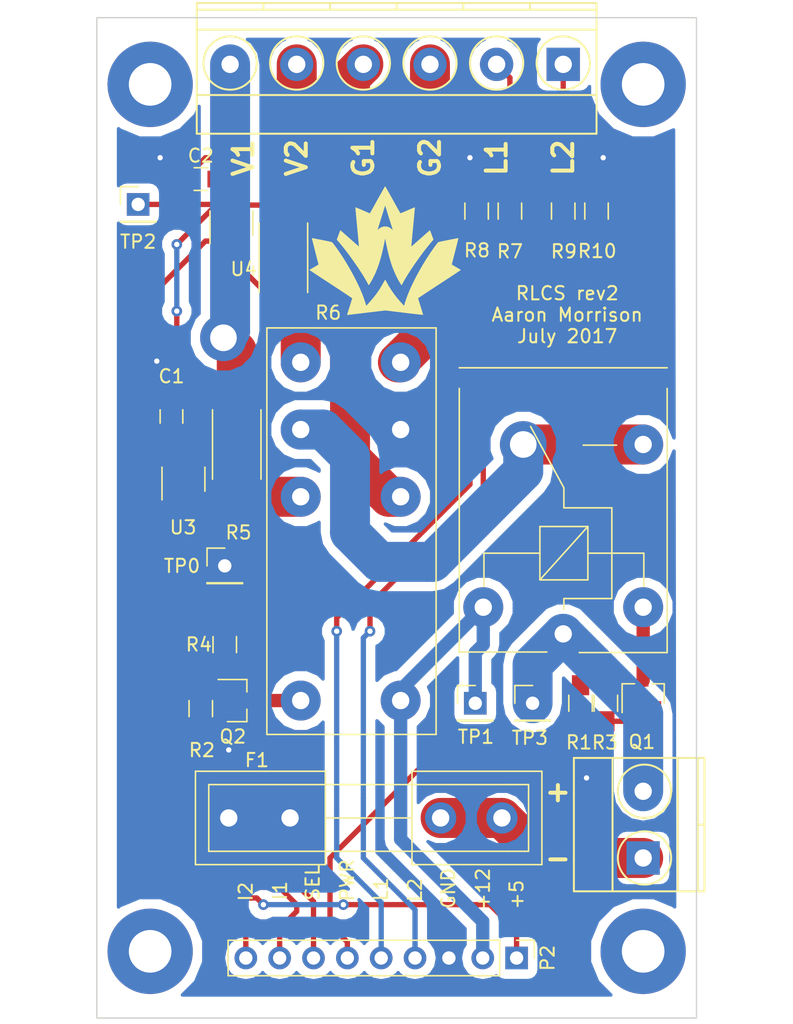
<source format=kicad_pcb>
(kicad_pcb (version 4) (host pcbnew 4.0.6)

  (general
    (links 53)
    (no_connects 0)
    (area 49.949999 74.949999 95.050001 150.050001)
    (thickness 1.6)
    (drawings 22)
    (tracks 179)
    (zones 0)
    (modules 31)
    (nets 25)
  )

  (page A4)
  (layers
    (0 F.Cu signal)
    (31 B.Cu signal hide)
    (32 B.Adhes user)
    (33 F.Adhes user)
    (34 B.Paste user hide)
    (35 F.Paste user hide)
    (36 B.SilkS user hide)
    (37 F.SilkS user)
    (38 B.Mask user)
    (39 F.Mask user)
    (40 Dwgs.User user)
    (41 Cmts.User user)
    (42 Eco1.User user)
    (43 Eco2.User user)
    (44 Edge.Cuts user)
    (45 Margin user)
    (46 B.CrtYd user)
    (47 F.CrtYd user)
    (48 B.Fab user)
    (49 F.Fab user)
  )

  (setup
    (last_trace_width 0.4)
    (trace_clearance 0.254)
    (zone_clearance 0.7)
    (zone_45_only no)
    (trace_min 0.2)
    (segment_width 0.2)
    (edge_width 0.1)
    (via_size 0.8)
    (via_drill 0.4)
    (via_min_size 0.4)
    (via_min_drill 0.3)
    (uvia_size 0.3)
    (uvia_drill 0.1)
    (uvias_allowed no)
    (uvia_min_size 0.2)
    (uvia_min_drill 0.1)
    (pcb_text_width 0.3)
    (pcb_text_size 1.5 1.5)
    (mod_edge_width 0.15)
    (mod_text_size 1 1)
    (mod_text_width 0.15)
    (pad_size 6.4 6.4)
    (pad_drill 3.2)
    (pad_to_mask_clearance 0)
    (aux_axis_origin 0 0)
    (visible_elements 7FFFFFFF)
    (pcbplotparams
      (layerselection 0x010e0_80000001)
      (usegerberextensions false)
      (excludeedgelayer true)
      (linewidth 0.100000)
      (plotframeref false)
      (viasonmask false)
      (mode 1)
      (useauxorigin false)
      (hpglpennumber 1)
      (hpglpenspeed 20)
      (hpglpendiameter 15)
      (hpglpenoverlay 2)
      (psnegative false)
      (psa4output false)
      (plotreference true)
      (plotvalue true)
      (plotinvisibletext false)
      (padsonsilk false)
      (subtractmaskfromsilk false)
      (outputformat 1)
      (mirror false)
      (drillshape 0)
      (scaleselection 1)
      (outputdirectory ../../../../Desktop/))
  )

  (net 0 "")
  (net 1 +12V)
  (net 2 "Net-(Q1-Pad1)")
  (net 3 "Net-(Q1-Pad3)")
  (net 4 "Net-(Q2-Pad1)")
  (net 5 "Net-(Q2-Pad3)")
  (net 6 "Net-(U1-Pad4)")
  (net 7 GND)
  (net 8 +5V)
  (net 9 "Net-(F1-Pad1)")
  (net 10 /Relays/VIN)
  (net 11 POWER)
  (net 12 SELECT)
  (net 13 CS_1)
  (net 14 CS_2)
  (net 15 /Relays/G2)
  (net 16 /Relays/G1)
  (net 17 /Relays/P1)
  (net 18 /Relays/P2)
  (net 19 "Net-(R5-Pad2)")
  (net 20 "Net-(R6-Pad2)")
  (net 21 LIM1)
  (net 22 LIM2)
  (net 23 "Net-(P3-Pad1)")
  (net 24 "Net-(P3-Pad2)")

  (net_class Default "This is the default net class."
    (clearance 0.254)
    (trace_width 0.4)
    (via_dia 0.8)
    (via_drill 0.4)
    (uvia_dia 0.3)
    (uvia_drill 0.1)
    (add_net +5V)
    (add_net CS_1)
    (add_net CS_2)
    (add_net GND)
    (add_net LIM1)
    (add_net LIM2)
    (add_net "Net-(P3-Pad1)")
    (add_net "Net-(P3-Pad2)")
    (add_net "Net-(Q1-Pad1)")
    (add_net "Net-(Q2-Pad1)")
    (add_net "Net-(R5-Pad2)")
    (add_net "Net-(R6-Pad2)")
    (add_net POWER)
    (add_net SELECT)
  )

  (net_class 12V ""
    (clearance 0.254)
    (trace_width 1)
    (via_dia 2)
    (via_drill 1)
    (uvia_dia 0.3)
    (uvia_drill 0.1)
    (add_net +12V)
    (add_net "Net-(Q1-Pad3)")
    (add_net "Net-(Q2-Pad3)")
  )

  (net_class Actuators ""
    (clearance 0.6)
    (trace_width 3)
    (via_dia 3.5)
    (via_drill 2)
    (uvia_dia 0.3)
    (uvia_drill 0.1)
    (add_net /Relays/G1)
    (add_net /Relays/G2)
    (add_net /Relays/P1)
    (add_net /Relays/P2)
    (add_net /Relays/VIN)
    (add_net "Net-(F1-Pad1)")
    (add_net "Net-(U1-Pad4)")
  )

  (module Mounting_Holes:MountingHole_3.2mm_M3_Pad (layer F.Cu) (tedit 597C008F) (tstamp 597BFAE3)
    (at 91 145)
    (descr "Mounting Hole 3.2mm, M3")
    (tags "mounting hole 3.2mm m3")
    (fp_text reference REF** (at 0 -4.2) (layer F.SilkS) hide
      (effects (font (size 1 1) (thickness 0.15)))
    )
    (fp_text value MountingHole_3.2mm_M3_Pad (at 0 4.2) (layer F.Fab)
      (effects (font (size 1 1) (thickness 0.15)))
    )
    (fp_circle (center 0 0) (end 3.2 0) (layer Cmts.User) (width 0.15))
    (fp_circle (center 0 0) (end 3.45 0) (layer F.CrtYd) (width 0.05))
    (pad 1 thru_hole circle (at 0 0) (size 6.4 6.4) (drill 3.2) (layers *.Cu *.Mask))
  )

  (module Mounting_Holes:MountingHole_3.2mm_M3_Pad (layer F.Cu) (tedit 597C0094) (tstamp 597BFA99)
    (at 54 145)
    (descr "Mounting Hole 3.2mm, M3")
    (tags "mounting hole 3.2mm m3")
    (fp_text reference REF** (at 0 -4.2) (layer F.SilkS) hide
      (effects (font (size 1 1) (thickness 0.15)))
    )
    (fp_text value MountingHole_3.2mm_M3_Pad (at 0 4.2) (layer F.Fab)
      (effects (font (size 1 1) (thickness 0.15)))
    )
    (fp_circle (center 0 0) (end 3.2 0) (layer Cmts.User) (width 0.15))
    (fp_circle (center 0 0) (end 3.45 0) (layer F.CrtYd) (width 0.05))
    (pad 1 thru_hole circle (at 0 0) (size 6.4 6.4) (drill 3.2) (layers *.Cu *.Mask))
  )

  (module Mounting_Holes:MountingHole_3.2mm_M3_Pad (layer F.Cu) (tedit 597BFB79) (tstamp 597BFA55)
    (at 91 80)
    (descr "Mounting Hole 3.2mm, M3")
    (tags "mounting hole 3.2mm m3")
    (fp_text reference REF** (at 0 -4.2) (layer F.SilkS) hide
      (effects (font (size 1 1) (thickness 0.15)))
    )
    (fp_text value MountingHole_3.2mm_M3_Pad (at 0 4.2) (layer F.Fab)
      (effects (font (size 1 1) (thickness 0.15)))
    )
    (fp_circle (center 0 0) (end 3.2 0) (layer Cmts.User) (width 0.15))
    (fp_circle (center 0 0) (end 3.45 0) (layer F.CrtYd) (width 0.05))
    (pad 1 thru_hole circle (at 0 0) (size 6.4 6.4) (drill 3.2) (layers *.Cu *.Mask))
  )

  (module custom:Relay_DPDT_RT424012F (layer F.Cu) (tedit 597C00DE) (tstamp 597BEE19)
    (at 65.3 126.2 90)
    (descr "Relay DPDT Schrack-RT2 RM5mm 16A 250V AC Form C http://www.te.com/commerce/DocumentDelivery/DDEController?Action=srchrtrv&DocNm=RT2_reflow&DocType=DS&DocLang=EN")
    (tags "Relay DPDT Schrack-RT2 RM5mm 16A 250V AC Relay")
    (path /59790E94/596A6A01)
    (fp_text reference U2 (at 13.97 -3.81 90) (layer F.SilkS) hide
      (effects (font (size 1 1) (thickness 0.15)))
    )
    (fp_text value dpdt_relay (at 12.192 11.43 90) (layer F.Fab)
      (effects (font (size 1 1) (thickness 0.15)))
    )
    (fp_line (start 0 1.8) (end 0 5.8) (layer F.Fab) (width 0.12))
    (fp_line (start -2.5 -2.5) (end 27.5 -2.5) (layer F.Fab) (width 0.12))
    (fp_line (start 27.5 -2.5) (end 27.5 10.1) (layer F.Fab) (width 0.12))
    (fp_line (start 27.5 10.1) (end -2.5 10.1) (layer F.Fab) (width 0.12))
    (fp_line (start -2.5 10.1) (end -2.5 -2.5) (layer F.Fab) (width 0.12))
    (fp_text user %R (at 12.065 3.81 90) (layer F.Fab)
      (effects (font (size 1 1) (thickness 0.15)))
    )
    (fp_line (start 28.2 -2.78) (end 28.2 10.42) (layer F.CrtYd) (width 0.05))
    (fp_line (start -2.8 -2.78) (end 28.2 -2.78) (layer F.CrtYd) (width 0.05))
    (fp_line (start -2.8 10.42) (end -2.8 -2.78) (layer F.CrtYd) (width 0.05))
    (fp_line (start 28.2 10.42) (end -2.8 10.42) (layer F.CrtYd) (width 0.05))
    (fp_line (start -2.54 -2.54) (end 27.94 -2.54) (layer F.SilkS) (width 0.12))
    (fp_line (start 27.94 -2.54) (end 27.94 10.16) (layer F.SilkS) (width 0.12))
    (fp_line (start 27.94 10.16) (end -2.54 10.16) (layer F.SilkS) (width 0.12))
    (fp_line (start -2.54 10.16) (end -2.54 -2.54) (layer F.SilkS) (width 0.12))
    (pad 3 thru_hole circle (at 0 0 90) (size 3 3) (drill 1.3) (layers *.Cu *.Mask)
      (net 5 "Net-(Q2-Pad3)"))
    (pad 4 thru_hole circle (at 0 7.5 90) (size 3 3) (drill 1.3) (layers *.Cu *.Mask)
      (net 1 +12V))
    (pad 1 thru_hole circle (at 20.32 0 90) (size 3 3) (drill 1.3) (layers *.Cu *.Mask)
      (net 6 "Net-(U1-Pad4)"))
    (pad 8 thru_hole circle (at 25.36 7.5 90) (size 3 3) (drill 1.3) (layers *.Cu *.Mask)
      (net 15 /Relays/G2))
    (pad 7 thru_hole circle (at 15.28 7.5 90) (size 3 3) (drill 1.3) (layers *.Cu *.Mask)
      (net 16 /Relays/G1))
    (pad 5 thru_hole circle (at 15.28 0 90) (size 3 3) (drill 1.3) (layers *.Cu *.Mask)
      (net 19 "Net-(R5-Pad2)"))
    (pad 2 thru_hole circle (at 20.32 7.5 90) (size 3 3) (drill 1.3) (layers *.Cu *.Mask)
      (net 7 GND))
    (pad 6 thru_hole circle (at 25.36 0 90) (size 3 3) (drill 1.3) (layers *.Cu *.Mask)
      (net 20 "Net-(R6-Pad2)"))
    (model ${KISYS3DMOD}/Relays_THT.3dshapes/Relay_DPDT_Schrack-RT2-FormC_RM5mm.wrl
      (at (xyz 0 0 0))
      (scale (xyz 1 1 1))
      (rotate (xyz 0 0 0))
    )
  )

  (module Capacitors_SMD:C_0805_HandSoldering (layer F.Cu) (tedit 597C0244) (tstamp 597BECF2)
    (at 55.6 104.9 270)
    (descr "Capacitor SMD 0805, hand soldering")
    (tags "capacitor 0805")
    (path /59790E94/596A5ACA)
    (attr smd)
    (fp_text reference C1 (at -3.01 0 360) (layer F.SilkS)
      (effects (font (size 1 1) (thickness 0.15)))
    )
    (fp_text value 0.1uF (at 0 1.75 270) (layer F.Fab)
      (effects (font (size 1 1) (thickness 0.15)))
    )
    (fp_text user %R (at 0 -1.75 270) (layer F.Fab)
      (effects (font (size 1 1) (thickness 0.15)))
    )
    (fp_line (start -1 0.62) (end -1 -0.62) (layer F.Fab) (width 0.1))
    (fp_line (start 1 0.62) (end -1 0.62) (layer F.Fab) (width 0.1))
    (fp_line (start 1 -0.62) (end 1 0.62) (layer F.Fab) (width 0.1))
    (fp_line (start -1 -0.62) (end 1 -0.62) (layer F.Fab) (width 0.1))
    (fp_line (start 0.5 -0.85) (end -0.5 -0.85) (layer F.SilkS) (width 0.12))
    (fp_line (start -0.5 0.85) (end 0.5 0.85) (layer F.SilkS) (width 0.12))
    (fp_line (start -2.25 -0.88) (end 2.25 -0.88) (layer F.CrtYd) (width 0.05))
    (fp_line (start -2.25 -0.88) (end -2.25 0.87) (layer F.CrtYd) (width 0.05))
    (fp_line (start 2.25 0.87) (end 2.25 -0.88) (layer F.CrtYd) (width 0.05))
    (fp_line (start 2.25 0.87) (end -2.25 0.87) (layer F.CrtYd) (width 0.05))
    (pad 1 smd rect (at -1.25 0 270) (size 1.5 1.25) (layers F.Cu F.Paste F.Mask)
      (net 7 GND))
    (pad 2 smd rect (at 1.25 0 270) (size 1.5 1.25) (layers F.Cu F.Paste F.Mask)
      (net 8 +5V))
    (model Capacitors_SMD.3dshapes/C_0805.wrl
      (at (xyz 0 0 0))
      (scale (xyz 1 1 1))
      (rotate (xyz 0 0 0))
    )
  )

  (module Capacitors_SMD:C_0805_HandSoldering (layer F.Cu) (tedit 58AA84A8) (tstamp 597BED03)
    (at 57.8 87.1)
    (descr "Capacitor SMD 0805, hand soldering")
    (tags "capacitor 0805")
    (path /59790E94/596DDA21)
    (attr smd)
    (fp_text reference C2 (at 0 -1.75) (layer F.SilkS)
      (effects (font (size 1 1) (thickness 0.15)))
    )
    (fp_text value 0.1uF (at 0 1.75) (layer F.Fab)
      (effects (font (size 1 1) (thickness 0.15)))
    )
    (fp_text user %R (at 0 -1.75) (layer F.Fab)
      (effects (font (size 1 1) (thickness 0.15)))
    )
    (fp_line (start -1 0.62) (end -1 -0.62) (layer F.Fab) (width 0.1))
    (fp_line (start 1 0.62) (end -1 0.62) (layer F.Fab) (width 0.1))
    (fp_line (start 1 -0.62) (end 1 0.62) (layer F.Fab) (width 0.1))
    (fp_line (start -1 -0.62) (end 1 -0.62) (layer F.Fab) (width 0.1))
    (fp_line (start 0.5 -0.85) (end -0.5 -0.85) (layer F.SilkS) (width 0.12))
    (fp_line (start -0.5 0.85) (end 0.5 0.85) (layer F.SilkS) (width 0.12))
    (fp_line (start -2.25 -0.88) (end 2.25 -0.88) (layer F.CrtYd) (width 0.05))
    (fp_line (start -2.25 -0.88) (end -2.25 0.87) (layer F.CrtYd) (width 0.05))
    (fp_line (start 2.25 0.87) (end 2.25 -0.88) (layer F.CrtYd) (width 0.05))
    (fp_line (start 2.25 0.87) (end -2.25 0.87) (layer F.CrtYd) (width 0.05))
    (pad 1 smd rect (at -1.25 0) (size 1.5 1.25) (layers F.Cu F.Paste F.Mask)
      (net 7 GND))
    (pad 2 smd rect (at 1.25 0) (size 1.5 1.25) (layers F.Cu F.Paste F.Mask)
      (net 8 +5V))
    (model Capacitors_SMD.3dshapes/C_0805.wrl
      (at (xyz 0 0 0))
      (scale (xyz 1 1 1))
      (rotate (xyz 0 0 0))
    )
  )

  (module Terminal_Blocks:TerminalBlock_Pheonix_MKDS1.5-2pol (layer F.Cu) (tedit 597BFE1D) (tstamp 597BED17)
    (at 91 138 90)
    (descr "2-way 5mm pitch terminal block, Phoenix MKDS series")
    (path /597C33DA)
    (fp_text reference P1 (at 2.5 5.9 90) (layer F.SilkS) hide
      (effects (font (size 1 1) (thickness 0.15)))
    )
    (fp_text value ACT_PWR (at 2.5 -6.6 90) (layer F.Fab)
      (effects (font (size 1 1) (thickness 0.15)))
    )
    (fp_line (start -2.7 -5.4) (end 7.7 -5.4) (layer F.CrtYd) (width 0.05))
    (fp_line (start -2.7 4.8) (end -2.7 -5.4) (layer F.CrtYd) (width 0.05))
    (fp_line (start 7.7 4.8) (end -2.7 4.8) (layer F.CrtYd) (width 0.05))
    (fp_line (start 7.7 -5.4) (end 7.7 4.8) (layer F.CrtYd) (width 0.05))
    (fp_line (start 2.5 4.1) (end 2.5 4.6) (layer F.SilkS) (width 0.15))
    (fp_circle (center 5 0.1) (end 3 0.1) (layer F.SilkS) (width 0.15))
    (fp_circle (center 0 0.1) (end 2 0.1) (layer F.SilkS) (width 0.15))
    (fp_line (start -2.5 2.6) (end 7.5 2.6) (layer F.SilkS) (width 0.15))
    (fp_line (start -2.5 -2.3) (end 7.5 -2.3) (layer F.SilkS) (width 0.15))
    (fp_line (start -2.5 4.1) (end 7.5 4.1) (layer F.SilkS) (width 0.15))
    (fp_line (start -2.5 4.6) (end 7.5 4.6) (layer F.SilkS) (width 0.15))
    (fp_line (start 7.5 4.6) (end 7.5 -5.2) (layer F.SilkS) (width 0.15))
    (fp_line (start 7.5 -5.2) (end -2.5 -5.2) (layer F.SilkS) (width 0.15))
    (fp_line (start -2.5 -5.2) (end -2.5 4.6) (layer F.SilkS) (width 0.15))
    (pad 1 thru_hole rect (at 0 0 90) (size 2.5 2.5) (drill 1.3) (layers *.Cu *.Mask)
      (net 9 "Net-(F1-Pad1)"))
    (pad 2 thru_hole circle (at 5 0 90) (size 2.5 2.5) (drill 1.3) (layers *.Cu *.Mask)
      (net 10 /Relays/VIN))
    (model Terminal_Blocks.3dshapes/TerminalBlock_Pheonix_MKDS1.5-2pol.wrl
      (at (xyz 0.0984 0 0))
      (scale (xyz 1 1 1))
      (rotate (xyz 0 0 0))
    )
  )

  (module TO_SOT_Packages_SMD:SOT-23 (layer F.Cu) (tedit 597CA22D) (tstamp 597BED5D)
    (at 91 125.7 90)
    (descr "SOT-23, Standard")
    (tags SOT-23)
    (path /59790E94/596A66C7)
    (attr smd)
    (fp_text reference Q1 (at -3.6 -0.1 180) (layer F.SilkS)
      (effects (font (size 1 1) (thickness 0.15)))
    )
    (fp_text value MMBF170 (at 0 2.5 90) (layer F.Fab)
      (effects (font (size 1 1) (thickness 0.15)))
    )
    (fp_text user %R (at 0 0 180) (layer F.Fab)
      (effects (font (size 0.5 0.5) (thickness 0.075)))
    )
    (fp_line (start -0.7 -0.95) (end -0.7 1.5) (layer F.Fab) (width 0.1))
    (fp_line (start -0.15 -1.52) (end 0.7 -1.52) (layer F.Fab) (width 0.1))
    (fp_line (start -0.7 -0.95) (end -0.15 -1.52) (layer F.Fab) (width 0.1))
    (fp_line (start 0.7 -1.52) (end 0.7 1.52) (layer F.Fab) (width 0.1))
    (fp_line (start -0.7 1.52) (end 0.7 1.52) (layer F.Fab) (width 0.1))
    (fp_line (start 0.76 1.58) (end 0.76 0.65) (layer F.SilkS) (width 0.12))
    (fp_line (start 0.76 -1.58) (end 0.76 -0.65) (layer F.SilkS) (width 0.12))
    (fp_line (start -1.7 -1.75) (end 1.7 -1.75) (layer F.CrtYd) (width 0.05))
    (fp_line (start 1.7 -1.75) (end 1.7 1.75) (layer F.CrtYd) (width 0.05))
    (fp_line (start 1.7 1.75) (end -1.7 1.75) (layer F.CrtYd) (width 0.05))
    (fp_line (start -1.7 1.75) (end -1.7 -1.75) (layer F.CrtYd) (width 0.05))
    (fp_line (start 0.76 -1.58) (end -1.4 -1.58) (layer F.SilkS) (width 0.12))
    (fp_line (start 0.76 1.58) (end -0.7 1.58) (layer F.SilkS) (width 0.12))
    (pad 1 smd rect (at -1 -0.95 90) (size 0.9 0.8) (layers F.Cu F.Paste F.Mask)
      (net 2 "Net-(Q1-Pad1)"))
    (pad 2 smd rect (at -1 0.95 90) (size 0.9 0.8) (layers F.Cu F.Paste F.Mask)
      (net 7 GND))
    (pad 3 smd rect (at 1 0 90) (size 0.9 0.8) (layers F.Cu F.Paste F.Mask)
      (net 3 "Net-(Q1-Pad3)"))
    (model ${KISYS3DMOD}/TO_SOT_Packages_SMD.3dshapes/SOT-23.wrl
      (at (xyz 0 0 0))
      (scale (xyz 1 1 1))
      (rotate (xyz 0 0 0))
    )
  )

  (module TO_SOT_Packages_SMD:SOT-23 (layer F.Cu) (tedit 597CA23B) (tstamp 597BED72)
    (at 60.5 126.2)
    (descr "SOT-23, Standard")
    (tags SOT-23)
    (path /59790E94/596A6703)
    (attr smd)
    (fp_text reference Q2 (at -0.3 2.7 180) (layer F.SilkS)
      (effects (font (size 1 1) (thickness 0.15)))
    )
    (fp_text value MMBF170 (at 0 2.5) (layer F.Fab)
      (effects (font (size 1 1) (thickness 0.15)))
    )
    (fp_text user %R (at 0 0 90) (layer F.Fab)
      (effects (font (size 0.5 0.5) (thickness 0.075)))
    )
    (fp_line (start -0.7 -0.95) (end -0.7 1.5) (layer F.Fab) (width 0.1))
    (fp_line (start -0.15 -1.52) (end 0.7 -1.52) (layer F.Fab) (width 0.1))
    (fp_line (start -0.7 -0.95) (end -0.15 -1.52) (layer F.Fab) (width 0.1))
    (fp_line (start 0.7 -1.52) (end 0.7 1.52) (layer F.Fab) (width 0.1))
    (fp_line (start -0.7 1.52) (end 0.7 1.52) (layer F.Fab) (width 0.1))
    (fp_line (start 0.76 1.58) (end 0.76 0.65) (layer F.SilkS) (width 0.12))
    (fp_line (start 0.76 -1.58) (end 0.76 -0.65) (layer F.SilkS) (width 0.12))
    (fp_line (start -1.7 -1.75) (end 1.7 -1.75) (layer F.CrtYd) (width 0.05))
    (fp_line (start 1.7 -1.75) (end 1.7 1.75) (layer F.CrtYd) (width 0.05))
    (fp_line (start 1.7 1.75) (end -1.7 1.75) (layer F.CrtYd) (width 0.05))
    (fp_line (start -1.7 1.75) (end -1.7 -1.75) (layer F.CrtYd) (width 0.05))
    (fp_line (start 0.76 -1.58) (end -1.4 -1.58) (layer F.SilkS) (width 0.12))
    (fp_line (start 0.76 1.58) (end -0.7 1.58) (layer F.SilkS) (width 0.12))
    (pad 1 smd rect (at -1 -0.95) (size 0.9 0.8) (layers F.Cu F.Paste F.Mask)
      (net 4 "Net-(Q2-Pad1)"))
    (pad 2 smd rect (at -1 0.95) (size 0.9 0.8) (layers F.Cu F.Paste F.Mask)
      (net 7 GND))
    (pad 3 smd rect (at 1 0) (size 0.9 0.8) (layers F.Cu F.Paste F.Mask)
      (net 5 "Net-(Q2-Pad3)"))
    (model ${KISYS3DMOD}/TO_SOT_Packages_SMD.3dshapes/SOT-23.wrl
      (at (xyz 0 0 0))
      (scale (xyz 1 1 1))
      (rotate (xyz 0 0 0))
    )
  )

  (module Resistors_SMD:R_0805_HandSoldering (layer F.Cu) (tedit 597C00C3) (tstamp 597BED83)
    (at 86.3 126.4 270)
    (descr "Resistor SMD 0805, hand soldering")
    (tags "resistor 0805")
    (path /59790E94/59753FE7)
    (attr smd)
    (fp_text reference R1 (at 2.94 0.12 360) (layer F.SilkS)
      (effects (font (size 1 1) (thickness 0.15)))
    )
    (fp_text value 150 (at 0 1.75 270) (layer F.Fab)
      (effects (font (size 1 1) (thickness 0.15)))
    )
    (fp_text user %R (at 0 0 270) (layer F.Fab)
      (effects (font (size 0.5 0.5) (thickness 0.075)))
    )
    (fp_line (start -1 0.62) (end -1 -0.62) (layer F.Fab) (width 0.1))
    (fp_line (start 1 0.62) (end -1 0.62) (layer F.Fab) (width 0.1))
    (fp_line (start 1 -0.62) (end 1 0.62) (layer F.Fab) (width 0.1))
    (fp_line (start -1 -0.62) (end 1 -0.62) (layer F.Fab) (width 0.1))
    (fp_line (start 0.6 0.88) (end -0.6 0.88) (layer F.SilkS) (width 0.12))
    (fp_line (start -0.6 -0.88) (end 0.6 -0.88) (layer F.SilkS) (width 0.12))
    (fp_line (start -2.35 -0.9) (end 2.35 -0.9) (layer F.CrtYd) (width 0.05))
    (fp_line (start -2.35 -0.9) (end -2.35 0.9) (layer F.CrtYd) (width 0.05))
    (fp_line (start 2.35 0.9) (end 2.35 -0.9) (layer F.CrtYd) (width 0.05))
    (fp_line (start 2.35 0.9) (end -2.35 0.9) (layer F.CrtYd) (width 0.05))
    (pad 1 smd rect (at -1.35 0 270) (size 1.5 1.3) (layers F.Cu F.Paste F.Mask)
      (net 2 "Net-(Q1-Pad1)"))
    (pad 2 smd rect (at 1.35 0 270) (size 1.5 1.3) (layers F.Cu F.Paste F.Mask)
      (net 11 POWER))
    (model ${KISYS3DMOD}/Resistors_SMD.3dshapes/R_0805.wrl
      (at (xyz 0 0 0))
      (scale (xyz 1 1 1))
      (rotate (xyz 0 0 0))
    )
  )

  (module Resistors_SMD:R_0805_HandSoldering (layer F.Cu) (tedit 597C0130) (tstamp 597BED94)
    (at 57.8 126.8 270)
    (descr "Resistor SMD 0805, hand soldering")
    (tags "resistor 0805")
    (path /59790E94/59753AC9)
    (attr smd)
    (fp_text reference R2 (at 3.12 -0.08 360) (layer F.SilkS)
      (effects (font (size 1 1) (thickness 0.15)))
    )
    (fp_text value 150 (at 0 1.75 270) (layer F.Fab)
      (effects (font (size 1 1) (thickness 0.15)))
    )
    (fp_text user %R (at 0 0 270) (layer F.Fab)
      (effects (font (size 0.5 0.5) (thickness 0.075)))
    )
    (fp_line (start -1 0.62) (end -1 -0.62) (layer F.Fab) (width 0.1))
    (fp_line (start 1 0.62) (end -1 0.62) (layer F.Fab) (width 0.1))
    (fp_line (start 1 -0.62) (end 1 0.62) (layer F.Fab) (width 0.1))
    (fp_line (start -1 -0.62) (end 1 -0.62) (layer F.Fab) (width 0.1))
    (fp_line (start 0.6 0.88) (end -0.6 0.88) (layer F.SilkS) (width 0.12))
    (fp_line (start -0.6 -0.88) (end 0.6 -0.88) (layer F.SilkS) (width 0.12))
    (fp_line (start -2.35 -0.9) (end 2.35 -0.9) (layer F.CrtYd) (width 0.05))
    (fp_line (start -2.35 -0.9) (end -2.35 0.9) (layer F.CrtYd) (width 0.05))
    (fp_line (start 2.35 0.9) (end 2.35 -0.9) (layer F.CrtYd) (width 0.05))
    (fp_line (start 2.35 0.9) (end -2.35 0.9) (layer F.CrtYd) (width 0.05))
    (pad 1 smd rect (at -1.35 0 270) (size 1.5 1.3) (layers F.Cu F.Paste F.Mask)
      (net 4 "Net-(Q2-Pad1)"))
    (pad 2 smd rect (at 1.35 0 270) (size 1.5 1.3) (layers F.Cu F.Paste F.Mask)
      (net 12 SELECT))
    (model ${KISYS3DMOD}/Resistors_SMD.3dshapes/R_0805.wrl
      (at (xyz 0 0 0))
      (scale (xyz 1 1 1))
      (rotate (xyz 0 0 0))
    )
  )

  (module Resistors_SMD:R_0805_HandSoldering (layer F.Cu) (tedit 597C00C9) (tstamp 597BEDA5)
    (at 88.2 126.4 270)
    (descr "Resistor SMD 0805, hand soldering")
    (tags "resistor 0805")
    (path /59790E94/596A6767)
    (attr smd)
    (fp_text reference R3 (at 2.95 0.07 360) (layer F.SilkS)
      (effects (font (size 1 1) (thickness 0.15)))
    )
    (fp_text value 10K (at 0 1.75 270) (layer F.Fab)
      (effects (font (size 1 1) (thickness 0.15)))
    )
    (fp_text user %R (at 0 0 270) (layer F.Fab)
      (effects (font (size 0.5 0.5) (thickness 0.075)))
    )
    (fp_line (start -1 0.62) (end -1 -0.62) (layer F.Fab) (width 0.1))
    (fp_line (start 1 0.62) (end -1 0.62) (layer F.Fab) (width 0.1))
    (fp_line (start 1 -0.62) (end 1 0.62) (layer F.Fab) (width 0.1))
    (fp_line (start -1 -0.62) (end 1 -0.62) (layer F.Fab) (width 0.1))
    (fp_line (start 0.6 0.88) (end -0.6 0.88) (layer F.SilkS) (width 0.12))
    (fp_line (start -0.6 -0.88) (end 0.6 -0.88) (layer F.SilkS) (width 0.12))
    (fp_line (start -2.35 -0.9) (end 2.35 -0.9) (layer F.CrtYd) (width 0.05))
    (fp_line (start -2.35 -0.9) (end -2.35 0.9) (layer F.CrtYd) (width 0.05))
    (fp_line (start 2.35 0.9) (end 2.35 -0.9) (layer F.CrtYd) (width 0.05))
    (fp_line (start 2.35 0.9) (end -2.35 0.9) (layer F.CrtYd) (width 0.05))
    (pad 1 smd rect (at -1.35 0 270) (size 1.5 1.3) (layers F.Cu F.Paste F.Mask)
      (net 2 "Net-(Q1-Pad1)"))
    (pad 2 smd rect (at 1.35 0 270) (size 1.5 1.3) (layers F.Cu F.Paste F.Mask)
      (net 7 GND))
    (model ${KISYS3DMOD}/Resistors_SMD.3dshapes/R_0805.wrl
      (at (xyz 0 0 0))
      (scale (xyz 1 1 1))
      (rotate (xyz 0 0 0))
    )
  )

  (module Resistors_SMD:R_0805_HandSoldering (layer F.Cu) (tedit 597C012B) (tstamp 597BEDB6)
    (at 59.6 122 90)
    (descr "Resistor SMD 0805, hand soldering")
    (tags "resistor 0805")
    (path /59790E94/596D9FD1)
    (attr smd)
    (fp_text reference R4 (at 0 -1.95 180) (layer F.SilkS)
      (effects (font (size 1 1) (thickness 0.15)))
    )
    (fp_text value 10K (at 0 1.75 90) (layer F.Fab)
      (effects (font (size 1 1) (thickness 0.15)))
    )
    (fp_text user %R (at 0 0 90) (layer F.Fab)
      (effects (font (size 0.5 0.5) (thickness 0.075)))
    )
    (fp_line (start -1 0.62) (end -1 -0.62) (layer F.Fab) (width 0.1))
    (fp_line (start 1 0.62) (end -1 0.62) (layer F.Fab) (width 0.1))
    (fp_line (start 1 -0.62) (end 1 0.62) (layer F.Fab) (width 0.1))
    (fp_line (start -1 -0.62) (end 1 -0.62) (layer F.Fab) (width 0.1))
    (fp_line (start 0.6 0.88) (end -0.6 0.88) (layer F.SilkS) (width 0.12))
    (fp_line (start -0.6 -0.88) (end 0.6 -0.88) (layer F.SilkS) (width 0.12))
    (fp_line (start -2.35 -0.9) (end 2.35 -0.9) (layer F.CrtYd) (width 0.05))
    (fp_line (start -2.35 -0.9) (end -2.35 0.9) (layer F.CrtYd) (width 0.05))
    (fp_line (start 2.35 0.9) (end 2.35 -0.9) (layer F.CrtYd) (width 0.05))
    (fp_line (start 2.35 0.9) (end -2.35 0.9) (layer F.CrtYd) (width 0.05))
    (pad 1 smd rect (at -1.35 0 90) (size 1.5 1.3) (layers F.Cu F.Paste F.Mask)
      (net 4 "Net-(Q2-Pad1)"))
    (pad 2 smd rect (at 1.35 0 90) (size 1.5 1.3) (layers F.Cu F.Paste F.Mask)
      (net 7 GND))
    (model ${KISYS3DMOD}/Resistors_SMD.3dshapes/R_0805.wrl
      (at (xyz 0 0 0))
      (scale (xyz 1 1 1))
      (rotate (xyz 0 0 0))
    )
  )

  (module Resistors_SMD:R_2512_HandSoldering (layer F.Cu) (tedit 597C00ED) (tstamp 597BEDC7)
    (at 60.5 107 270)
    (descr "Resistor SMD 2512, hand soldering")
    (tags "resistor 2512")
    (path /59790E94/596A6EAC)
    (attr smd)
    (fp_text reference R5 (at 6.605 -0.13 360) (layer F.SilkS)
      (effects (font (size 1 1) (thickness 0.15)))
    )
    (fp_text value 0.02 (at 0 2.75 270) (layer F.Fab)
      (effects (font (size 1 1) (thickness 0.15)))
    )
    (fp_text user %R (at 0 0 270) (layer F.Fab)
      (effects (font (size 1 1) (thickness 0.15)))
    )
    (fp_line (start -3.15 1.6) (end -3.15 -1.6) (layer F.Fab) (width 0.1))
    (fp_line (start 3.15 1.6) (end -3.15 1.6) (layer F.Fab) (width 0.1))
    (fp_line (start 3.15 -1.6) (end 3.15 1.6) (layer F.Fab) (width 0.1))
    (fp_line (start -3.15 -1.6) (end 3.15 -1.6) (layer F.Fab) (width 0.1))
    (fp_line (start 2.6 1.82) (end -2.6 1.82) (layer F.SilkS) (width 0.12))
    (fp_line (start -2.6 -1.82) (end 2.6 -1.82) (layer F.SilkS) (width 0.12))
    (fp_line (start -5.56 -1.85) (end 5.55 -1.85) (layer F.CrtYd) (width 0.05))
    (fp_line (start -5.56 -1.85) (end -5.56 1.85) (layer F.CrtYd) (width 0.05))
    (fp_line (start 5.55 1.85) (end 5.55 -1.85) (layer F.CrtYd) (width 0.05))
    (fp_line (start 5.55 1.85) (end -5.56 1.85) (layer F.CrtYd) (width 0.05))
    (pad 1 smd rect (at -3.95 0 270) (size 2.7 3.2) (layers F.Cu F.Paste F.Mask)
      (net 17 /Relays/P1))
    (pad 2 smd rect (at 3.95 0 270) (size 2.7 3.2) (layers F.Cu F.Paste F.Mask)
      (net 19 "Net-(R5-Pad2)"))
    (model ${KISYS3DMOD}/Resistors_SMD.3dshapes/R_2512.wrl
      (at (xyz 0 0 0))
      (scale (xyz 1 1 1))
      (rotate (xyz 0 0 0))
    )
  )

  (module Resistors_SMD:R_2512_HandSoldering (layer F.Cu) (tedit 597C0102) (tstamp 597BEDD8)
    (at 64 93 270)
    (descr "Resistor SMD 2512, hand soldering")
    (tags "resistor 2512")
    (path /59790E94/596A6EF1)
    (attr smd)
    (fp_text reference R6 (at 4.125 -3.365 360) (layer F.SilkS)
      (effects (font (size 1 1) (thickness 0.15)))
    )
    (fp_text value 0.02 (at 0 2.75 270) (layer F.Fab)
      (effects (font (size 1 1) (thickness 0.15)))
    )
    (fp_text user %R (at 0 0 270) (layer F.Fab)
      (effects (font (size 1 1) (thickness 0.15)))
    )
    (fp_line (start -3.15 1.6) (end -3.15 -1.6) (layer F.Fab) (width 0.1))
    (fp_line (start 3.15 1.6) (end -3.15 1.6) (layer F.Fab) (width 0.1))
    (fp_line (start 3.15 -1.6) (end 3.15 1.6) (layer F.Fab) (width 0.1))
    (fp_line (start -3.15 -1.6) (end 3.15 -1.6) (layer F.Fab) (width 0.1))
    (fp_line (start 2.6 1.82) (end -2.6 1.82) (layer F.SilkS) (width 0.12))
    (fp_line (start -2.6 -1.82) (end 2.6 -1.82) (layer F.SilkS) (width 0.12))
    (fp_line (start -5.56 -1.85) (end 5.55 -1.85) (layer F.CrtYd) (width 0.05))
    (fp_line (start -5.56 -1.85) (end -5.56 1.85) (layer F.CrtYd) (width 0.05))
    (fp_line (start 5.55 1.85) (end 5.55 -1.85) (layer F.CrtYd) (width 0.05))
    (fp_line (start 5.55 1.85) (end -5.56 1.85) (layer F.CrtYd) (width 0.05))
    (pad 1 smd rect (at -3.95 0 270) (size 2.7 3.2) (layers F.Cu F.Paste F.Mask)
      (net 18 /Relays/P2))
    (pad 2 smd rect (at 3.95 0 270) (size 2.7 3.2) (layers F.Cu F.Paste F.Mask)
      (net 20 "Net-(R6-Pad2)"))
    (model ${KISYS3DMOD}/Resistors_SMD.3dshapes/R_2512.wrl
      (at (xyz 0 0 0))
      (scale (xyz 1 1 1))
      (rotate (xyz 0 0 0))
    )
  )

  (module custom:Relay_SPST_G5LE-1A (layer F.Cu) (tedit 597C00D8) (tstamp 597BEDFF)
    (at 85 121.2 90)
    (descr "relay Sanyou SRD series Form A http://www.sanyourelay.ca/public/products/pdf/SRD.pdf")
    (tags "relay Sanyu SRD form A")
    (path /59790E94/596A68BA)
    (fp_text reference U1 (at 8.1 9.2 90) (layer F.SilkS) hide
      (effects (font (size 1 1) (thickness 0.15)))
    )
    (fp_text value SPST_POWER_RELAY (at 8 -9.6 90) (layer F.Fab)
      (effects (font (size 1 1) (thickness 0.15)))
    )
    (fp_line (start -1.4 1.2) (end -1.4 7.8) (layer F.SilkS) (width 0.12))
    (fp_line (start -1.36 -7.83) (end -1.36 -1.23) (layer F.SilkS) (width 0.12))
    (fp_line (start -1.4 -7.8) (end 18.4 -7.8) (layer F.SilkS) (width 0.12))
    (fp_line (start 19.95 -7.8) (end 19.95 7.8) (layer F.SilkS) (width 0.12))
    (fp_line (start 18.4 7.8) (end -1.4 7.8) (layer F.SilkS) (width 0.12))
    (fp_text user 1 (at 0 -2.3 90) (layer F.Fab)
      (effects (font (size 1 1) (thickness 0.15)))
    )
    (fp_line (start -1.42 -8.24) (end 18.18 -8.24) (layer F.Fab) (width 0.12))
    (fp_line (start 19.96 -7.74) (end 19.96 7.66) (layer F.Fab) (width 0.12))
    (fp_line (start 18.18 8.25) (end -1.42 8.25) (layer F.Fab) (width 0.12))
    (fp_line (start -2.56 7.6) (end -2.56 -7.8) (layer F.Fab) (width 0.12))
    (fp_text user %R (at 7.1 0.025 90) (layer F.Fab)
      (effects (font (size 1 1) (thickness 0.15)))
    )
    (fp_line (start 18.55 -7.95) (end -1.55 -7.95) (layer F.CrtYd) (width 0.05))
    (fp_line (start -1.55 7.95) (end -1.55 -7.95) (layer F.CrtYd) (width 0.05))
    (fp_line (start 18.55 -7.95) (end 18.55 7.95) (layer F.CrtYd) (width 0.05))
    (fp_line (start -1.55 7.95) (end 18.55 7.95) (layer F.CrtYd) (width 0.05))
    (fp_line (start 14.15 1.5) (end 14.15 4) (layer F.SilkS) (width 0.12))
    (fp_line (start 3.55 6.05) (end 6.05 6.05) (layer F.SilkS) (width 0.12))
    (fp_line (start 2.65 0.05) (end 1.85 0.05) (layer F.SilkS) (width 0.12))
    (fp_line (start 6.05 -5.95) (end 3.55 -5.95) (layer F.SilkS) (width 0.12))
    (fp_line (start 9.45 0.05) (end 10.95 0.05) (layer F.SilkS) (width 0.12))
    (fp_line (start 10.95 0.05) (end 15.55 -2.45) (layer F.SilkS) (width 0.12))
    (fp_line (start 9.45 3.65) (end 2.65 3.65) (layer F.SilkS) (width 0.12))
    (fp_line (start 9.45 0.05) (end 9.45 3.65) (layer F.SilkS) (width 0.12))
    (fp_line (start 2.65 0.05) (end 2.65 3.65) (layer F.SilkS) (width 0.12))
    (fp_line (start 6.05 -5.95) (end 6.05 -1.75) (layer F.SilkS) (width 0.12))
    (fp_line (start 6.05 1.85) (end 6.05 6.05) (layer F.SilkS) (width 0.12))
    (fp_line (start 8.05 1.85) (end 4.05 -1.75) (layer F.SilkS) (width 0.12))
    (fp_line (start 4.05 1.85) (end 4.05 -1.75) (layer F.SilkS) (width 0.12))
    (fp_line (start 4.05 -1.75) (end 8.05 -1.75) (layer F.SilkS) (width 0.12))
    (fp_line (start 8.05 -1.75) (end 8.05 1.85) (layer F.SilkS) (width 0.12))
    (fp_line (start 8.05 1.85) (end 4.05 1.85) (layer F.SilkS) (width 0.12))
    (pad 2 thru_hole circle (at 2 6 180) (size 3 3) (drill 1.3) (layers *.Cu *.Mask)
      (net 3 "Net-(Q1-Pad3)"))
    (pad 4 thru_hole circle (at 14.2 6 180) (size 3 3) (drill 1.3) (layers *.Cu *.Mask)
      (net 6 "Net-(U1-Pad4)"))
    (pad 1 thru_hole circle (at 2 -6 180) (size 3 3) (drill 1.3) (layers *.Cu *.Mask)
      (net 1 +12V))
    (pad 3 thru_hole circle (at 0 0 180) (size 3 3) (drill 1.3) (layers *.Cu *.Mask)
      (net 10 /Relays/VIN))
    (model ${KISYS3DMOD}/Relays_THT.3dshapes/Relay_SPST_SANYOU_SRD_Series_Form_A.wrl
      (at (xyz 0 0 0))
      (scale (xyz 1 1 1))
      (rotate (xyz 0 0 0))
    )
  )

  (module TO_SOT_Packages_SMD:SOT-23-5_HandSoldering (layer F.Cu) (tedit 597C00E5) (tstamp 597BEE2E)
    (at 56.5 109.6 90)
    (descr "5-pin SOT23 package")
    (tags "SOT-23-5 hand-soldering")
    (path /59790E94/5978FE7D)
    (attr smd)
    (fp_text reference U3 (at -3.62 -0.03 180) (layer F.SilkS)
      (effects (font (size 1 1) (thickness 0.15)))
    )
    (fp_text value INA180A1 (at 0 2.9 90) (layer F.Fab)
      (effects (font (size 1 1) (thickness 0.15)))
    )
    (fp_text user %R (at 0 0 180) (layer F.Fab)
      (effects (font (size 0.5 0.5) (thickness 0.075)))
    )
    (fp_line (start -0.9 1.61) (end 0.9 1.61) (layer F.SilkS) (width 0.12))
    (fp_line (start 0.9 -1.61) (end -1.55 -1.61) (layer F.SilkS) (width 0.12))
    (fp_line (start -0.9 -0.9) (end -0.25 -1.55) (layer F.Fab) (width 0.1))
    (fp_line (start 0.9 -1.55) (end -0.25 -1.55) (layer F.Fab) (width 0.1))
    (fp_line (start -0.9 -0.9) (end -0.9 1.55) (layer F.Fab) (width 0.1))
    (fp_line (start 0.9 1.55) (end -0.9 1.55) (layer F.Fab) (width 0.1))
    (fp_line (start 0.9 -1.55) (end 0.9 1.55) (layer F.Fab) (width 0.1))
    (fp_line (start -2.38 -1.8) (end 2.38 -1.8) (layer F.CrtYd) (width 0.05))
    (fp_line (start -2.38 -1.8) (end -2.38 1.8) (layer F.CrtYd) (width 0.05))
    (fp_line (start 2.38 1.8) (end 2.38 -1.8) (layer F.CrtYd) (width 0.05))
    (fp_line (start 2.38 1.8) (end -2.38 1.8) (layer F.CrtYd) (width 0.05))
    (pad 1 smd rect (at -1.35 -0.95 90) (size 1.56 0.65) (layers F.Cu F.Paste F.Mask)
      (net 13 CS_1))
    (pad 2 smd rect (at -1.35 0 90) (size 1.56 0.65) (layers F.Cu F.Paste F.Mask)
      (net 7 GND))
    (pad 3 smd rect (at -1.35 0.95 90) (size 1.56 0.65) (layers F.Cu F.Paste F.Mask)
      (net 19 "Net-(R5-Pad2)"))
    (pad 4 smd rect (at 1.35 0.95 90) (size 1.56 0.65) (layers F.Cu F.Paste F.Mask)
      (net 17 /Relays/P1))
    (pad 5 smd rect (at 1.35 -0.95 90) (size 1.56 0.65) (layers F.Cu F.Paste F.Mask)
      (net 8 +5V))
    (model ${KISYS3DMOD}/TO_SOT_Packages_SMD.3dshapes\SOT-23-5.wrl
      (at (xyz 0 0 0))
      (scale (xyz 1 1 1))
      (rotate (xyz 0 0 0))
    )
  )

  (module TO_SOT_Packages_SMD:SOT-23-5_HandSoldering (layer F.Cu) (tedit 597C010D) (tstamp 597BEE43)
    (at 60.1 90.4 90)
    (descr "5-pin SOT23 package")
    (tags "SOT-23-5 hand-soldering")
    (path /59790E94/5978F0C9)
    (attr smd)
    (fp_text reference U4 (at -3.45 0.93 180) (layer F.SilkS)
      (effects (font (size 1 1) (thickness 0.15)))
    )
    (fp_text value INA180A1 (at 0 2.9 90) (layer F.Fab)
      (effects (font (size 1 1) (thickness 0.15)))
    )
    (fp_text user %R (at 0 0 180) (layer F.Fab)
      (effects (font (size 0.5 0.5) (thickness 0.075)))
    )
    (fp_line (start -0.9 1.61) (end 0.9 1.61) (layer F.SilkS) (width 0.12))
    (fp_line (start 0.9 -1.61) (end -1.55 -1.61) (layer F.SilkS) (width 0.12))
    (fp_line (start -0.9 -0.9) (end -0.25 -1.55) (layer F.Fab) (width 0.1))
    (fp_line (start 0.9 -1.55) (end -0.25 -1.55) (layer F.Fab) (width 0.1))
    (fp_line (start -0.9 -0.9) (end -0.9 1.55) (layer F.Fab) (width 0.1))
    (fp_line (start 0.9 1.55) (end -0.9 1.55) (layer F.Fab) (width 0.1))
    (fp_line (start 0.9 -1.55) (end 0.9 1.55) (layer F.Fab) (width 0.1))
    (fp_line (start -2.38 -1.8) (end 2.38 -1.8) (layer F.CrtYd) (width 0.05))
    (fp_line (start -2.38 -1.8) (end -2.38 1.8) (layer F.CrtYd) (width 0.05))
    (fp_line (start 2.38 1.8) (end 2.38 -1.8) (layer F.CrtYd) (width 0.05))
    (fp_line (start 2.38 1.8) (end -2.38 1.8) (layer F.CrtYd) (width 0.05))
    (pad 1 smd rect (at -1.35 -0.95 90) (size 1.56 0.65) (layers F.Cu F.Paste F.Mask)
      (net 14 CS_2))
    (pad 2 smd rect (at -1.35 0 90) (size 1.56 0.65) (layers F.Cu F.Paste F.Mask)
      (net 7 GND))
    (pad 3 smd rect (at -1.35 0.95 90) (size 1.56 0.65) (layers F.Cu F.Paste F.Mask)
      (net 20 "Net-(R6-Pad2)"))
    (pad 4 smd rect (at 1.35 0.95 90) (size 1.56 0.65) (layers F.Cu F.Paste F.Mask)
      (net 18 /Relays/P2))
    (pad 5 smd rect (at 1.35 -0.95 90) (size 1.56 0.65) (layers F.Cu F.Paste F.Mask)
      (net 8 +5V))
    (model ${KISYS3DMOD}/TO_SOT_Packages_SMD.3dshapes\SOT-23-5.wrl
      (at (xyz 0 0 0))
      (scale (xyz 1 1 1))
      (rotate (xyz 0 0 0))
    )
  )

  (module custom:littlefuse_01000020Z (layer F.Cu) (tedit 597C00B1) (tstamp 597BF398)
    (at 80.4 135 180)
    (descr "Fuseholder, 5x20, open, horizontal, Type-I, Inline,")
    (tags "Fuseholder 5x20 open horizontal Type-I Inline Sicherungshalter offen ")
    (path /597C3625)
    (fp_text reference F1 (at 18.39 4.33 180) (layer F.SilkS)
      (effects (font (size 1 1) (thickness 0.15)))
    )
    (fp_text value FUSE (at 11.27 5.08 180) (layer F.Fab)
      (effects (font (size 1 1) (thickness 0.15)))
    )
    (fp_line (start 5 0) (end 15 0) (layer F.Fab) (width 0.1))
    (fp_line (start -2 -2.5) (end 22 -2.5) (layer F.Fab) (width 0.1))
    (fp_line (start 22 -2.5) (end 22 2.5) (layer F.Fab) (width 0.1))
    (fp_line (start 22 2.5) (end -2 2.5) (layer F.Fab) (width 0.1))
    (fp_line (start -2 2.5) (end -2 -2.5) (layer F.Fab) (width 0.1))
    (fp_line (start 13.35 -3.4) (end 13.35 3.4) (layer F.Fab) (width 0.1))
    (fp_line (start 13.35 3.4) (end 22.9 3.4) (layer F.Fab) (width 0.1))
    (fp_line (start 22.9 3.4) (end 22.9 -3.4) (layer F.Fab) (width 0.1))
    (fp_line (start 22.9 -3.4) (end 13.35 -3.4) (layer F.Fab) (width 0.1))
    (fp_line (start -2.95 -3.4) (end 6.65 -3.4) (layer F.Fab) (width 0.1))
    (fp_line (start 6.65 -3.4) (end 6.65 3.4) (layer F.Fab) (width 0.1))
    (fp_line (start 6.65 3.4) (end -2.9 3.4) (layer F.Fab) (width 0.1))
    (fp_line (start -2.9 3.4) (end -2.9 -3.4) (layer F.Fab) (width 0.1))
    (fp_line (start 13.25 0) (end 6.75 0) (layer F.SilkS) (width 0.12))
    (fp_line (start 13.25 -3.5) (end 13.25 3.5) (layer F.SilkS) (width 0.12))
    (fp_line (start 22 3.5) (end 13.25 3.5) (layer F.SilkS) (width 0.12))
    (fp_line (start 22 -3.5) (end 13.25 -3.5) (layer F.SilkS) (width 0.12))
    (fp_line (start -0.75 2.5) (end -2 2.5) (layer F.SilkS) (width 0.12))
    (fp_line (start -0.5 -2.5) (end -2 -2.5) (layer F.SilkS) (width 0.12))
    (fp_line (start 11.5 2.5) (end -0.75 2.5) (layer F.SilkS) (width 0.12))
    (fp_line (start 11.25 -2.5) (end -0.5 -2.5) (layer F.SilkS) (width 0.12))
    (fp_line (start 22 2.5) (end 11.5 2.5) (layer F.SilkS) (width 0.12))
    (fp_line (start 22 -2.5) (end 11.25 -2.5) (layer F.SilkS) (width 0.12))
    (fp_line (start 22 -2.5) (end 22 2.5) (layer F.SilkS) (width 0.12))
    (fp_line (start 23 -3.5) (end 22 -3.5) (layer F.SilkS) (width 0.12))
    (fp_line (start 23 -3.5) (end 23 3.5) (layer F.SilkS) (width 0.12))
    (fp_line (start 23 3.5) (end 22 3.5) (layer F.SilkS) (width 0.12))
    (fp_line (start -2 -2.5) (end -2 2.5) (layer F.SilkS) (width 0.12))
    (fp_line (start 6.75 -3.5) (end -3 -3.5) (layer F.SilkS) (width 0.12))
    (fp_line (start -3 -3.5) (end -3 3.5) (layer F.SilkS) (width 0.12))
    (fp_line (start 6.75 3.5) (end -3 3.5) (layer F.SilkS) (width 0.12))
    (fp_line (start 6.75 -3.5) (end 6.75 3.5) (layer F.SilkS) (width 0.12))
    (fp_line (start -3.2 -3.65) (end 23.15 -3.65) (layer F.CrtYd) (width 0.05))
    (fp_line (start -3.2 -3.65) (end -3.2 3.65) (layer F.CrtYd) (width 0.05))
    (fp_line (start 23.15 3.65) (end 23.15 -3.65) (layer F.CrtYd) (width 0.05))
    (fp_line (start 23.15 3.65) (end -3.2 3.65) (layer F.CrtYd) (width 0.05))
    (pad 2 thru_hole circle (at 15.9 0 180) (size 2.35 2.35) (drill 1.3) (layers *.Cu *.Mask)
      (net 7 GND))
    (pad 2 thru_hole circle (at 20.5 0 180) (size 2.35 2.35) (drill 1.3) (layers *.Cu *.Mask)
      (net 7 GND))
    (pad 1 thru_hole circle (at 4.6 0 180) (size 2.35 2.35) (drill 1.3) (layers *.Cu *.Mask)
      (net 9 "Net-(F1-Pad1)"))
    (pad 1 thru_hole circle (at 0 0 180) (size 2.35 2.35) (drill 1.3) (layers *.Cu *.Mask)
      (net 9 "Net-(F1-Pad1)"))
  )

  (module Mounting_Holes:MountingHole_3.2mm_M3_Pad (layer F.Cu) (tedit 597BFB4C) (tstamp 597BFA28)
    (at 54 80)
    (descr "Mounting Hole 3.2mm, M3")
    (tags "mounting hole 3.2mm m3")
    (fp_text reference REF** (at 0 -4.2) (layer F.SilkS) hide
      (effects (font (size 1 1) (thickness 0.15)))
    )
    (fp_text value MountingHole_3.2mm_M3_Pad (at 0 4.2) (layer F.Fab)
      (effects (font (size 1 1) (thickness 0.15)))
    )
    (fp_circle (center 0 0) (end 3.2 0) (layer Cmts.User) (width 0.15))
    (fp_circle (center 0 0) (end 3.45 0) (layer F.CrtYd) (width 0.05))
    (pad 1 thru_hole circle (at 0 0) (size 6.4 6.4) (drill 3.2) (layers *.Cu *.Mask))
  )

  (module Socket_Strips:Socket_Strip_Straight_1x01_Pitch2.54mm (layer F.Cu) (tedit 597C016B) (tstamp 597BFFDF)
    (at 59.6 116.1)
    (descr "Through hole straight socket strip, 1x01, 2.54mm pitch, single row")
    (tags "Through hole socket strip THT 1x01 2.54mm single row")
    (path /597CB866)
    (fp_text reference TP0 (at -3.21 0.01) (layer F.SilkS)
      (effects (font (size 1 1) (thickness 0.15)))
    )
    (fp_text value TEST_1P (at 0 2.33) (layer F.Fab)
      (effects (font (size 1 1) (thickness 0.15)))
    )
    (fp_line (start -1.27 -1.27) (end -1.27 1.27) (layer F.Fab) (width 0.1))
    (fp_line (start -1.27 1.27) (end 1.27 1.27) (layer F.Fab) (width 0.1))
    (fp_line (start 1.27 1.27) (end 1.27 -1.27) (layer F.Fab) (width 0.1))
    (fp_line (start 1.27 -1.27) (end -1.27 -1.27) (layer F.Fab) (width 0.1))
    (fp_line (start -1.33 1.27) (end -1.33 1.33) (layer F.SilkS) (width 0.12))
    (fp_line (start -1.33 1.33) (end 1.33 1.33) (layer F.SilkS) (width 0.12))
    (fp_line (start 1.33 1.33) (end 1.33 1.27) (layer F.SilkS) (width 0.12))
    (fp_line (start 1.33 1.27) (end -1.33 1.27) (layer F.SilkS) (width 0.12))
    (fp_line (start -1.33 0) (end -1.33 -1.33) (layer F.SilkS) (width 0.12))
    (fp_line (start -1.33 -1.33) (end 0 -1.33) (layer F.SilkS) (width 0.12))
    (fp_line (start -1.8 -1.8) (end -1.8 1.8) (layer F.CrtYd) (width 0.05))
    (fp_line (start -1.8 1.8) (end 1.8 1.8) (layer F.CrtYd) (width 0.05))
    (fp_line (start 1.8 1.8) (end 1.8 -1.8) (layer F.CrtYd) (width 0.05))
    (fp_line (start 1.8 -1.8) (end -1.8 -1.8) (layer F.CrtYd) (width 0.05))
    (fp_text user %R (at 0 -2.33) (layer F.Fab)
      (effects (font (size 1 1) (thickness 0.15)))
    )
    (pad 1 thru_hole rect (at 0 0) (size 1.7 1.7) (drill 1) (layers *.Cu *.Mask)
      (net 7 GND))
    (model ${KISYS3DMOD}/Socket_Strips.3dshapes/Socket_Strip_Straight_1x01_Pitch2.54mm.wrl
      (at (xyz 0 0 0))
      (scale (xyz 1 1 1))
      (rotate (xyz 0 0 270))
    )
  )

  (module Socket_Strips:Socket_Strip_Straight_1x01_Pitch2.54mm (layer F.Cu) (tedit 597C0177) (tstamp 597BFFF3)
    (at 78.4 126.4)
    (descr "Through hole straight socket strip, 1x01, 2.54mm pitch, single row")
    (tags "Through hole socket strip THT 1x01 2.54mm single row")
    (path /597CB649)
    (fp_text reference TP1 (at 0.05 2.52) (layer F.SilkS)
      (effects (font (size 1 1) (thickness 0.15)))
    )
    (fp_text value TEST_1P (at 0 2.33) (layer F.Fab)
      (effects (font (size 1 1) (thickness 0.15)))
    )
    (fp_line (start -1.27 -1.27) (end -1.27 1.27) (layer F.Fab) (width 0.1))
    (fp_line (start -1.27 1.27) (end 1.27 1.27) (layer F.Fab) (width 0.1))
    (fp_line (start 1.27 1.27) (end 1.27 -1.27) (layer F.Fab) (width 0.1))
    (fp_line (start 1.27 -1.27) (end -1.27 -1.27) (layer F.Fab) (width 0.1))
    (fp_line (start -1.33 1.27) (end -1.33 1.33) (layer F.SilkS) (width 0.12))
    (fp_line (start -1.33 1.33) (end 1.33 1.33) (layer F.SilkS) (width 0.12))
    (fp_line (start 1.33 1.33) (end 1.33 1.27) (layer F.SilkS) (width 0.12))
    (fp_line (start 1.33 1.27) (end -1.33 1.27) (layer F.SilkS) (width 0.12))
    (fp_line (start -1.33 0) (end -1.33 -1.33) (layer F.SilkS) (width 0.12))
    (fp_line (start -1.33 -1.33) (end 0 -1.33) (layer F.SilkS) (width 0.12))
    (fp_line (start -1.8 -1.8) (end -1.8 1.8) (layer F.CrtYd) (width 0.05))
    (fp_line (start -1.8 1.8) (end 1.8 1.8) (layer F.CrtYd) (width 0.05))
    (fp_line (start 1.8 1.8) (end 1.8 -1.8) (layer F.CrtYd) (width 0.05))
    (fp_line (start 1.8 -1.8) (end -1.8 -1.8) (layer F.CrtYd) (width 0.05))
    (fp_text user %R (at 0 -2.33) (layer F.Fab)
      (effects (font (size 1 1) (thickness 0.15)))
    )
    (pad 1 thru_hole rect (at 0 0) (size 1.7 1.7) (drill 1) (layers *.Cu *.Mask)
      (net 1 +12V))
    (model ${KISYS3DMOD}/Socket_Strips.3dshapes/Socket_Strip_Straight_1x01_Pitch2.54mm.wrl
      (at (xyz 0 0 0))
      (scale (xyz 1 1 1))
      (rotate (xyz 0 0 270))
    )
  )

  (module Socket_Strips:Socket_Strip_Straight_1x01_Pitch2.54mm (layer F.Cu) (tedit 597CA175) (tstamp 597C0007)
    (at 53.1 89)
    (descr "Through hole straight socket strip, 1x01, 2.54mm pitch, single row")
    (tags "Through hole socket strip THT 1x01 2.54mm single row")
    (path /597CB557)
    (fp_text reference TP2 (at 0 2.8) (layer F.SilkS)
      (effects (font (size 1 1) (thickness 0.15)))
    )
    (fp_text value TEST_1P (at 0 2.33) (layer F.Fab)
      (effects (font (size 1 1) (thickness 0.15)))
    )
    (fp_line (start -1.27 -1.27) (end -1.27 1.27) (layer F.Fab) (width 0.1))
    (fp_line (start -1.27 1.27) (end 1.27 1.27) (layer F.Fab) (width 0.1))
    (fp_line (start 1.27 1.27) (end 1.27 -1.27) (layer F.Fab) (width 0.1))
    (fp_line (start 1.27 -1.27) (end -1.27 -1.27) (layer F.Fab) (width 0.1))
    (fp_line (start -1.33 1.27) (end -1.33 1.33) (layer F.SilkS) (width 0.12))
    (fp_line (start -1.33 1.33) (end 1.33 1.33) (layer F.SilkS) (width 0.12))
    (fp_line (start 1.33 1.33) (end 1.33 1.27) (layer F.SilkS) (width 0.12))
    (fp_line (start 1.33 1.27) (end -1.33 1.27) (layer F.SilkS) (width 0.12))
    (fp_line (start -1.33 0) (end -1.33 -1.33) (layer F.SilkS) (width 0.12))
    (fp_line (start -1.33 -1.33) (end 0 -1.33) (layer F.SilkS) (width 0.12))
    (fp_line (start -1.8 -1.8) (end -1.8 1.8) (layer F.CrtYd) (width 0.05))
    (fp_line (start -1.8 1.8) (end 1.8 1.8) (layer F.CrtYd) (width 0.05))
    (fp_line (start 1.8 1.8) (end 1.8 -1.8) (layer F.CrtYd) (width 0.05))
    (fp_line (start 1.8 -1.8) (end -1.8 -1.8) (layer F.CrtYd) (width 0.05))
    (fp_text user %R (at 0 -2.33) (layer F.Fab)
      (effects (font (size 1 1) (thickness 0.15)))
    )
    (pad 1 thru_hole rect (at 0 0) (size 1.7 1.7) (drill 1) (layers *.Cu *.Mask)
      (net 8 +5V))
    (model ${KISYS3DMOD}/Socket_Strips.3dshapes/Socket_Strip_Straight_1x01_Pitch2.54mm.wrl
      (at (xyz 0 0 0))
      (scale (xyz 1 1 1))
      (rotate (xyz 0 0 270))
    )
  )

  (module Socket_Strips:Socket_Strip_Straight_1x01_Pitch2.54mm (layer F.Cu) (tedit 597CA8E3) (tstamp 597C001B)
    (at 82.7 126.4)
    (descr "Through hole straight socket strip, 1x01, 2.54mm pitch, single row")
    (tags "Through hole socket strip THT 1x01 2.54mm single row")
    (path /597CB5DF)
    (fp_text reference TP3 (at -0.2 2.6) (layer F.SilkS)
      (effects (font (size 1 1) (thickness 0.15)))
    )
    (fp_text value TEST_1P (at 0 2.33) (layer F.Fab)
      (effects (font (size 1 1) (thickness 0.15)))
    )
    (fp_line (start -1.27 -1.27) (end -1.27 1.27) (layer F.Fab) (width 0.1))
    (fp_line (start -1.27 1.27) (end 1.27 1.27) (layer F.Fab) (width 0.1))
    (fp_line (start 1.27 1.27) (end 1.27 -1.27) (layer F.Fab) (width 0.1))
    (fp_line (start 1.27 -1.27) (end -1.27 -1.27) (layer F.Fab) (width 0.1))
    (fp_line (start -1.33 1.27) (end -1.33 1.33) (layer F.SilkS) (width 0.12))
    (fp_line (start -1.33 1.33) (end 1.33 1.33) (layer F.SilkS) (width 0.12))
    (fp_line (start 1.33 1.33) (end 1.33 1.27) (layer F.SilkS) (width 0.12))
    (fp_line (start 1.33 1.27) (end -1.33 1.27) (layer F.SilkS) (width 0.12))
    (fp_line (start -1.33 0) (end -1.33 -1.33) (layer F.SilkS) (width 0.12))
    (fp_line (start -1.33 -1.33) (end 0 -1.33) (layer F.SilkS) (width 0.12))
    (fp_line (start -1.8 -1.8) (end -1.8 1.8) (layer F.CrtYd) (width 0.05))
    (fp_line (start -1.8 1.8) (end 1.8 1.8) (layer F.CrtYd) (width 0.05))
    (fp_line (start 1.8 1.8) (end 1.8 -1.8) (layer F.CrtYd) (width 0.05))
    (fp_line (start 1.8 -1.8) (end -1.8 -1.8) (layer F.CrtYd) (width 0.05))
    (fp_text user %R (at 0 -2.33) (layer F.Fab)
      (effects (font (size 1 1) (thickness 0.15)))
    )
    (pad 1 thru_hole rect (at 0 0) (size 1.7 1.7) (drill 1) (layers *.Cu *.Mask)
      (net 10 /Relays/VIN))
    (model ${KISYS3DMOD}/Socket_Strips.3dshapes/Socket_Strip_Straight_1x01_Pitch2.54mm.wrl
      (at (xyz 0 0 0))
      (scale (xyz 1 1 1))
      (rotate (xyz 0 0 270))
    )
  )

  (module Resistors_SMD:R_0805_HandSoldering (layer F.Cu) (tedit 597CAA47) (tstamp 597CA4D3)
    (at 81 89.5 270)
    (descr "Resistor SMD 0805, hand soldering")
    (tags "resistor 0805")
    (path /597CF30F)
    (attr smd)
    (fp_text reference R7 (at 3.025 0 360) (layer F.SilkS)
      (effects (font (size 1 1) (thickness 0.15)))
    )
    (fp_text value 20K (at 0 1.75 270) (layer F.Fab)
      (effects (font (size 1 1) (thickness 0.15)))
    )
    (fp_text user %R (at 0 0 270) (layer F.Fab)
      (effects (font (size 0.5 0.5) (thickness 0.075)))
    )
    (fp_line (start -1 0.62) (end -1 -0.62) (layer F.Fab) (width 0.1))
    (fp_line (start 1 0.62) (end -1 0.62) (layer F.Fab) (width 0.1))
    (fp_line (start 1 -0.62) (end 1 0.62) (layer F.Fab) (width 0.1))
    (fp_line (start -1 -0.62) (end 1 -0.62) (layer F.Fab) (width 0.1))
    (fp_line (start 0.6 0.88) (end -0.6 0.88) (layer F.SilkS) (width 0.12))
    (fp_line (start -0.6 -0.88) (end 0.6 -0.88) (layer F.SilkS) (width 0.12))
    (fp_line (start -2.35 -0.9) (end 2.35 -0.9) (layer F.CrtYd) (width 0.05))
    (fp_line (start -2.35 -0.9) (end -2.35 0.9) (layer F.CrtYd) (width 0.05))
    (fp_line (start 2.35 0.9) (end 2.35 -0.9) (layer F.CrtYd) (width 0.05))
    (fp_line (start 2.35 0.9) (end -2.35 0.9) (layer F.CrtYd) (width 0.05))
    (pad 1 smd rect (at -1.35 0 270) (size 1.5 1.3) (layers F.Cu F.Paste F.Mask)
      (net 24 "Net-(P3-Pad2)"))
    (pad 2 smd rect (at 1.35 0 270) (size 1.5 1.3) (layers F.Cu F.Paste F.Mask)
      (net 21 LIM1))
    (model ${KISYS3DMOD}/Resistors_SMD.3dshapes/R_0805.wrl
      (at (xyz 0 0 0))
      (scale (xyz 1 1 1))
      (rotate (xyz 0 0 0))
    )
  )

  (module Resistors_SMD:R_0805_HandSoldering (layer F.Cu) (tedit 597CAA43) (tstamp 597CA4E4)
    (at 78.5 89.5 90)
    (descr "Resistor SMD 0805, hand soldering")
    (tags "resistor 0805")
    (path /597CF29F)
    (attr smd)
    (fp_text reference R8 (at -2.95 0.025 180) (layer F.SilkS)
      (effects (font (size 1 1) (thickness 0.15)))
    )
    (fp_text value 10K (at 0 1.75 90) (layer F.Fab)
      (effects (font (size 1 1) (thickness 0.15)))
    )
    (fp_text user %R (at 0 0 90) (layer F.Fab)
      (effects (font (size 0.5 0.5) (thickness 0.075)))
    )
    (fp_line (start -1 0.62) (end -1 -0.62) (layer F.Fab) (width 0.1))
    (fp_line (start 1 0.62) (end -1 0.62) (layer F.Fab) (width 0.1))
    (fp_line (start 1 -0.62) (end 1 0.62) (layer F.Fab) (width 0.1))
    (fp_line (start -1 -0.62) (end 1 -0.62) (layer F.Fab) (width 0.1))
    (fp_line (start 0.6 0.88) (end -0.6 0.88) (layer F.SilkS) (width 0.12))
    (fp_line (start -0.6 -0.88) (end 0.6 -0.88) (layer F.SilkS) (width 0.12))
    (fp_line (start -2.35 -0.9) (end 2.35 -0.9) (layer F.CrtYd) (width 0.05))
    (fp_line (start -2.35 -0.9) (end -2.35 0.9) (layer F.CrtYd) (width 0.05))
    (fp_line (start 2.35 0.9) (end 2.35 -0.9) (layer F.CrtYd) (width 0.05))
    (fp_line (start 2.35 0.9) (end -2.35 0.9) (layer F.CrtYd) (width 0.05))
    (pad 1 smd rect (at -1.35 0 90) (size 1.5 1.3) (layers F.Cu F.Paste F.Mask)
      (net 21 LIM1))
    (pad 2 smd rect (at 1.35 0 90) (size 1.5 1.3) (layers F.Cu F.Paste F.Mask)
      (net 7 GND))
    (model ${KISYS3DMOD}/Resistors_SMD.3dshapes/R_0805.wrl
      (at (xyz 0 0 0))
      (scale (xyz 1 1 1))
      (rotate (xyz 0 0 0))
    )
  )

  (module Resistors_SMD:R_0805_HandSoldering (layer F.Cu) (tedit 597CAA53) (tstamp 597CA4F5)
    (at 85 89.5 270)
    (descr "Resistor SMD 0805, hand soldering")
    (tags "resistor 0805")
    (path /597CF3BE)
    (attr smd)
    (fp_text reference R9 (at 3.025 -0.05 360) (layer F.SilkS)
      (effects (font (size 1 1) (thickness 0.15)))
    )
    (fp_text value 20K (at 0 1.75 270) (layer F.Fab)
      (effects (font (size 1 1) (thickness 0.15)))
    )
    (fp_text user %R (at 0 0 270) (layer F.Fab)
      (effects (font (size 0.5 0.5) (thickness 0.075)))
    )
    (fp_line (start -1 0.62) (end -1 -0.62) (layer F.Fab) (width 0.1))
    (fp_line (start 1 0.62) (end -1 0.62) (layer F.Fab) (width 0.1))
    (fp_line (start 1 -0.62) (end 1 0.62) (layer F.Fab) (width 0.1))
    (fp_line (start -1 -0.62) (end 1 -0.62) (layer F.Fab) (width 0.1))
    (fp_line (start 0.6 0.88) (end -0.6 0.88) (layer F.SilkS) (width 0.12))
    (fp_line (start -0.6 -0.88) (end 0.6 -0.88) (layer F.SilkS) (width 0.12))
    (fp_line (start -2.35 -0.9) (end 2.35 -0.9) (layer F.CrtYd) (width 0.05))
    (fp_line (start -2.35 -0.9) (end -2.35 0.9) (layer F.CrtYd) (width 0.05))
    (fp_line (start 2.35 0.9) (end 2.35 -0.9) (layer F.CrtYd) (width 0.05))
    (fp_line (start 2.35 0.9) (end -2.35 0.9) (layer F.CrtYd) (width 0.05))
    (pad 1 smd rect (at -1.35 0 270) (size 1.5 1.3) (layers F.Cu F.Paste F.Mask)
      (net 23 "Net-(P3-Pad1)"))
    (pad 2 smd rect (at 1.35 0 270) (size 1.5 1.3) (layers F.Cu F.Paste F.Mask)
      (net 22 LIM2))
    (model ${KISYS3DMOD}/Resistors_SMD.3dshapes/R_0805.wrl
      (at (xyz 0 0 0))
      (scale (xyz 1 1 1))
      (rotate (xyz 0 0 0))
    )
  )

  (module Resistors_SMD:R_0805_HandSoldering (layer F.Cu) (tedit 597CAA51) (tstamp 597CA506)
    (at 87.5 89.5 90)
    (descr "Resistor SMD 0805, hand soldering")
    (tags "resistor 0805")
    (path /597CF0E0)
    (attr smd)
    (fp_text reference R10 (at -3 0.05 180) (layer F.SilkS)
      (effects (font (size 1 1) (thickness 0.15)))
    )
    (fp_text value 10K (at 0 1.75 90) (layer F.Fab)
      (effects (font (size 1 1) (thickness 0.15)))
    )
    (fp_text user %R (at 0 0 90) (layer F.Fab)
      (effects (font (size 0.5 0.5) (thickness 0.075)))
    )
    (fp_line (start -1 0.62) (end -1 -0.62) (layer F.Fab) (width 0.1))
    (fp_line (start 1 0.62) (end -1 0.62) (layer F.Fab) (width 0.1))
    (fp_line (start 1 -0.62) (end 1 0.62) (layer F.Fab) (width 0.1))
    (fp_line (start -1 -0.62) (end 1 -0.62) (layer F.Fab) (width 0.1))
    (fp_line (start 0.6 0.88) (end -0.6 0.88) (layer F.SilkS) (width 0.12))
    (fp_line (start -0.6 -0.88) (end 0.6 -0.88) (layer F.SilkS) (width 0.12))
    (fp_line (start -2.35 -0.9) (end 2.35 -0.9) (layer F.CrtYd) (width 0.05))
    (fp_line (start -2.35 -0.9) (end -2.35 0.9) (layer F.CrtYd) (width 0.05))
    (fp_line (start 2.35 0.9) (end 2.35 -0.9) (layer F.CrtYd) (width 0.05))
    (fp_line (start 2.35 0.9) (end -2.35 0.9) (layer F.CrtYd) (width 0.05))
    (pad 1 smd rect (at -1.35 0 90) (size 1.5 1.3) (layers F.Cu F.Paste F.Mask)
      (net 22 LIM2))
    (pad 2 smd rect (at 1.35 0 90) (size 1.5 1.3) (layers F.Cu F.Paste F.Mask)
      (net 7 GND))
    (model ${KISYS3DMOD}/Resistors_SMD.3dshapes/R_0805.wrl
      (at (xyz 0 0 0))
      (scale (xyz 1 1 1))
      (rotate (xyz 0 0 0))
    )
  )

  (module Socket_Strips:Socket_Strip_Straight_1x09_Pitch2.54mm (layer F.Cu) (tedit 58CD5446) (tstamp 597CA771)
    (at 81.5 145.5 270)
    (descr "Through hole straight socket strip, 1x09, 2.54mm pitch, single row")
    (tags "Through hole socket strip THT 1x09 2.54mm single row")
    (path /597D18DA)
    (fp_text reference P2 (at 0 -2.33 270) (layer F.SilkS)
      (effects (font (size 1 1) (thickness 0.15)))
    )
    (fp_text value CONN_01X09 (at 0 22.65 270) (layer F.Fab)
      (effects (font (size 1 1) (thickness 0.15)))
    )
    (fp_line (start -1.27 -1.27) (end -1.27 21.59) (layer F.Fab) (width 0.1))
    (fp_line (start -1.27 21.59) (end 1.27 21.59) (layer F.Fab) (width 0.1))
    (fp_line (start 1.27 21.59) (end 1.27 -1.27) (layer F.Fab) (width 0.1))
    (fp_line (start 1.27 -1.27) (end -1.27 -1.27) (layer F.Fab) (width 0.1))
    (fp_line (start -1.33 1.27) (end -1.33 21.65) (layer F.SilkS) (width 0.12))
    (fp_line (start -1.33 21.65) (end 1.33 21.65) (layer F.SilkS) (width 0.12))
    (fp_line (start 1.33 21.65) (end 1.33 1.27) (layer F.SilkS) (width 0.12))
    (fp_line (start 1.33 1.27) (end -1.33 1.27) (layer F.SilkS) (width 0.12))
    (fp_line (start -1.33 0) (end -1.33 -1.33) (layer F.SilkS) (width 0.12))
    (fp_line (start -1.33 -1.33) (end 0 -1.33) (layer F.SilkS) (width 0.12))
    (fp_line (start -1.8 -1.8) (end -1.8 22.1) (layer F.CrtYd) (width 0.05))
    (fp_line (start -1.8 22.1) (end 1.8 22.1) (layer F.CrtYd) (width 0.05))
    (fp_line (start 1.8 22.1) (end 1.8 -1.8) (layer F.CrtYd) (width 0.05))
    (fp_line (start 1.8 -1.8) (end -1.8 -1.8) (layer F.CrtYd) (width 0.05))
    (fp_text user %R (at 0 -2.33 270) (layer F.Fab)
      (effects (font (size 1 1) (thickness 0.15)))
    )
    (pad 1 thru_hole rect (at 0 0 270) (size 1.7 1.7) (drill 1) (layers *.Cu *.Mask)
      (net 8 +5V))
    (pad 2 thru_hole oval (at 0 2.54 270) (size 1.7 1.7) (drill 1) (layers *.Cu *.Mask)
      (net 1 +12V))
    (pad 3 thru_hole oval (at 0 5.08 270) (size 1.7 1.7) (drill 1) (layers *.Cu *.Mask)
      (net 7 GND))
    (pad 4 thru_hole oval (at 0 7.62 270) (size 1.7 1.7) (drill 1) (layers *.Cu *.Mask)
      (net 22 LIM2))
    (pad 5 thru_hole oval (at 0 10.16 270) (size 1.7 1.7) (drill 1) (layers *.Cu *.Mask)
      (net 21 LIM1))
    (pad 6 thru_hole oval (at 0 12.7 270) (size 1.7 1.7) (drill 1) (layers *.Cu *.Mask)
      (net 11 POWER))
    (pad 7 thru_hole oval (at 0 15.24 270) (size 1.7 1.7) (drill 1) (layers *.Cu *.Mask)
      (net 12 SELECT))
    (pad 8 thru_hole oval (at 0 17.78 270) (size 1.7 1.7) (drill 1) (layers *.Cu *.Mask)
      (net 13 CS_1))
    (pad 9 thru_hole oval (at 0 20.32 270) (size 1.7 1.7) (drill 1) (layers *.Cu *.Mask)
      (net 14 CS_2))
    (model ${KISYS3DMOD}/Socket_Strips.3dshapes/Socket_Strip_Straight_1x09_Pitch2.54mm.wrl
      (at (xyz 0 -0.4 0))
      (scale (xyz 1 1 1))
      (rotate (xyz 0 0 270))
    )
  )

  (module Terminal_Blocks:TerminalBlock_Pheonix_MKDS1.5-6pol (layer F.Cu) (tedit 597CA8D6) (tstamp 597CA791)
    (at 85 78.5 180)
    (descr "6-way 5mm pitch terminal block, Phoenix MKDS series")
    (path /597CE787)
    (fp_text reference P3 (at 12.5 5.9 180) (layer F.SilkS) hide
      (effects (font (size 1 1) (thickness 0.15)))
    )
    (fp_text value ACTUATOR (at 12.5 -6.6 180) (layer F.Fab)
      (effects (font (size 1 1) (thickness 0.15)))
    )
    (fp_line (start -2.7 -5.4) (end 27.7 -5.4) (layer F.CrtYd) (width 0.05))
    (fp_line (start -2.7 4.8) (end -2.7 -5.4) (layer F.CrtYd) (width 0.05))
    (fp_line (start 27.7 4.8) (end -2.7 4.8) (layer F.CrtYd) (width 0.05))
    (fp_line (start 27.7 -5.4) (end 27.7 4.8) (layer F.CrtYd) (width 0.05))
    (fp_circle (center 25 0.1) (end 23 0.1) (layer F.SilkS) (width 0.15))
    (fp_line (start 22.5 4.1) (end 22.5 4.6) (layer F.SilkS) (width 0.15))
    (fp_line (start 17.5 4.1) (end 17.5 4.6) (layer F.SilkS) (width 0.15))
    (fp_circle (center 20 0.1) (end 18 0.1) (layer F.SilkS) (width 0.15))
    (fp_line (start 12.5 4.1) (end 12.5 4.6) (layer F.SilkS) (width 0.15))
    (fp_circle (center 15 0.1) (end 13 0.1) (layer F.SilkS) (width 0.15))
    (fp_circle (center 10 0.1) (end 8 0.1) (layer F.SilkS) (width 0.15))
    (fp_line (start 7.5 4.1) (end 7.5 4.6) (layer F.SilkS) (width 0.15))
    (fp_line (start 2.5 4.1) (end 2.5 4.6) (layer F.SilkS) (width 0.15))
    (fp_circle (center 5 0.1) (end 3 0.1) (layer F.SilkS) (width 0.15))
    (fp_circle (center 0 0.1) (end 2 0.1) (layer F.SilkS) (width 0.15))
    (fp_line (start -2.5 2.6) (end 27.5 2.6) (layer F.SilkS) (width 0.15))
    (fp_line (start -2.5 -2.3) (end 27.5 -2.3) (layer F.SilkS) (width 0.15))
    (fp_line (start -2.5 4.1) (end 27.5 4.1) (layer F.SilkS) (width 0.15))
    (fp_line (start -2.5 4.6) (end 27.5 4.6) (layer F.SilkS) (width 0.15))
    (fp_line (start 27.5 4.6) (end 27.5 -5.2) (layer F.SilkS) (width 0.15))
    (fp_line (start 27.5 -5.2) (end -2.5 -5.2) (layer F.SilkS) (width 0.15))
    (fp_line (start -2.5 -5.2) (end -2.5 4.6) (layer F.SilkS) (width 0.15))
    (pad 6 thru_hole circle (at 25 0 180) (size 2.5 2.5) (drill 1.3) (layers *.Cu *.Mask)
      (net 17 /Relays/P1))
    (pad 5 thru_hole circle (at 20 0 180) (size 2.5 2.5) (drill 1.3) (layers *.Cu *.Mask)
      (net 18 /Relays/P2))
    (pad 4 thru_hole circle (at 15 0 180) (size 2.5 2.5) (drill 1.3) (layers *.Cu *.Mask)
      (net 16 /Relays/G1))
    (pad 3 thru_hole circle (at 10 0 180) (size 2.5 2.5) (drill 1.3) (layers *.Cu *.Mask)
      (net 15 /Relays/G2))
    (pad 1 thru_hole rect (at 0 0 180) (size 2.5 2.5) (drill 1.3) (layers *.Cu *.Mask)
      (net 23 "Net-(P3-Pad1)"))
    (pad 2 thru_hole circle (at 5 0 180) (size 2.5 2.5) (drill 1.3) (layers *.Cu *.Mask)
      (net 24 "Net-(P3-Pad2)"))
    (model Terminal_Blocks.3dshapes/TerminalBlock_Pheonix_MKDS1.5-6pol.wrl
      (at (xyz 0.4921 0 0))
      (scale (xyz 1 1 1))
      (rotate (xyz 0 0 0))
    )
  )

  (module custom:rocketry_logo_small_noletters (layer F.Cu) (tedit 0) (tstamp 597F9FCD)
    (at 71.628 92.456)
    (fp_text reference G*** (at 0 0) (layer F.SilkS) hide
      (effects (font (thickness 0.3)))
    )
    (fp_text value LOGO (at 0.75 0) (layer F.SilkS) hide
      (effects (font (thickness 0.3)))
    )
    (fp_poly (pts (xy -5.473411 -0.926258) (xy -5.4293 -0.918433) (xy -5.360135 -0.905589) (xy -5.26896 -0.888308)
      (xy -5.158821 -0.867171) (xy -5.032761 -0.842758) (xy -4.893825 -0.815652) (xy -4.745057 -0.786432)
      (xy -4.742505 -0.785929) (xy -4.558675 -0.749452) (xy -4.404011 -0.71818) (xy -4.276441 -0.691642)
      (xy -4.173895 -0.669366) (xy -4.094299 -0.650881) (xy -4.035581 -0.635717) (xy -3.995671 -0.623402)
      (xy -3.972495 -0.613464) (xy -3.966862 -0.609542) (xy -3.938411 -0.578922) (xy -3.89472 -0.525475)
      (xy -3.838325 -0.452679) (xy -3.771766 -0.364014) (xy -3.697578 -0.262957) (xy -3.6183 -0.152989)
      (xy -3.53647 -0.037586) (xy -3.454625 0.079771) (xy -3.375304 0.195605) (xy -3.32544 0.26972)
      (xy -3.089859 0.632668) (xy -2.859049 1.007801) (xy -2.635633 1.390259) (xy -2.422236 1.775183)
      (xy -2.221479 2.157713) (xy -2.035986 2.532989) (xy -1.868381 2.896151) (xy -1.722842 3.2385)
      (xy -1.68615 3.332061) (xy -1.646266 3.438841) (xy -1.605064 3.553315) (xy -1.564413 3.669957)
      (xy -1.526187 3.783244) (xy -1.492257 3.887651) (xy -1.464494 3.977652) (xy -1.44477 4.047725)
      (xy -1.436302 4.084286) (xy -1.426588 4.122252) (xy -1.416383 4.142394) (xy -1.414202 4.143375)
      (xy -1.398968 4.131877) (xy -1.366304 4.099729) (xy -1.319372 4.050451) (xy -1.261331 3.987562)
      (xy -1.19534 3.914581) (xy -1.124561 3.835027) (xy -1.052154 3.752419) (xy -0.981278 3.670277)
      (xy -0.915094 3.592119) (xy -0.866764 3.533745) (xy -0.718751 3.346913) (xy -0.582451 3.162091)
      (xy -0.453018 2.972039) (xy -0.32561 2.769515) (xy -0.195382 2.547276) (xy -0.135025 2.439729)
      (xy -0.090081 2.360537) (xy -0.04981 2.293034) (xy -0.016836 2.241338) (xy 0.006221 2.209569)
      (xy 0.016559 2.201604) (xy 0.028574 2.219988) (xy 0.052109 2.260369) (xy 0.083733 2.316736)
      (xy 0.11903 2.38125) (xy 0.294483 2.691226) (xy 0.472781 2.976596) (xy 0.658619 3.244449)
      (xy 0.856694 3.501876) (xy 0.881331 3.532187) (xy 0.941655 3.604854) (xy 1.009188 3.684309)
      (xy 1.080779 3.767039) (xy 1.153274 3.849535) (xy 1.223523 3.928286) (xy 1.288372 3.999779)
      (xy 1.344669 4.060506) (xy 1.389263 4.106953) (xy 1.419 4.135612) (xy 1.430076 4.143375)
      (xy 1.439761 4.129474) (xy 1.449984 4.095) (xy 1.452176 4.084286) (xy 1.464529 4.033079)
      (xy 1.486345 3.957739) (xy 1.515753 3.863791) (xy 1.55088 3.756759) (xy 1.589856 3.642167)
      (xy 1.630809 3.52554) (xy 1.671866 3.412404) (xy 1.711157 3.308282) (xy 1.738716 3.2385)
      (xy 1.883154 2.898785) (xy 2.047783 2.541906) (xy 2.229961 2.172756) (xy 2.427048 1.796231)
      (xy 2.6364 1.417227) (xy 2.855376 1.040639) (xy 3.081334 0.671361) (xy 3.311631 0.314291)
      (xy 3.339738 0.272039) (xy 3.415892 0.159281) (xy 3.496268 0.042645) (xy 3.578333 -0.074395)
      (xy 3.659554 -0.188364) (xy 3.737398 -0.29579) (xy 3.809334 -0.393199) (xy 3.872827 -0.477117)
      (xy 3.925347 -0.54407) (xy 3.964359 -0.590584) (xy 3.982042 -0.608915) (xy 3.998816 -0.617968)
      (xy 4.032772 -0.629476) (xy 4.085847 -0.643879) (xy 4.159976 -0.661617) (xy 4.257095 -0.683128)
      (xy 4.37914 -0.708853) (xy 4.528047 -0.73923) (xy 4.705751 -0.774698) (xy 4.757686 -0.784961)
      (xy 4.906662 -0.814262) (xy 5.045859 -0.841471) (xy 5.172234 -0.866005) (xy 5.282743 -0.887282)
      (xy 5.374345 -0.904718) (xy 5.443995 -0.917731) (xy 5.488652 -0.925738) (xy 5.505272 -0.928157)
      (xy 5.505298 -0.928144) (xy 5.502079 -0.91286) (xy 5.491783 -0.869966) (xy 5.475208 -0.802611)
      (xy 5.453153 -0.713944) (xy 5.426417 -0.607112) (xy 5.395799 -0.485264) (xy 5.362096 -0.351549)
      (xy 5.326109 -0.209114) (xy 5.288636 -0.061108) (xy 5.250475 0.089321) (xy 5.212426 0.239025)
      (xy 5.175286 0.384854) (xy 5.139855 0.523662) (xy 5.106931 0.652299) (xy 5.077313 0.767618)
      (xy 5.051801 0.866469) (xy 5.031191 0.945706) (xy 5.016284 1.002178) (xy 5.007878 1.032739)
      (xy 5.007515 1.033954) (xy 5.01137 1.046046) (xy 5.03031 1.064425) (xy 5.066789 1.090702)
      (xy 5.123265 1.126489) (xy 5.202191 1.173397) (xy 5.306025 1.233039) (xy 5.341467 1.253128)
      (xy 5.435522 1.30679) (xy 5.519676 1.355711) (xy 5.590189 1.397643) (xy 5.643324 1.430336)
      (xy 5.67534 1.451545) (xy 5.68325 1.458629) (xy 5.670216 1.468693) (xy 5.632198 1.495009)
      (xy 5.570818 1.536507) (xy 5.487698 1.592113) (xy 5.38446 1.660758) (xy 5.262728 1.741368)
      (xy 5.124124 1.832874) (xy 4.970269 1.934203) (xy 4.802787 2.044283) (xy 4.623301 2.162044)
      (xy 4.433432 2.286414) (xy 4.234803 2.416321) (xy 4.080059 2.517393) (xy 3.875863 2.650816)
      (xy 3.6792 2.779568) (xy 3.491693 2.90257) (xy 3.314965 3.018748) (xy 3.150639 3.127027)
      (xy 3.00034 3.22633) (xy 2.865691 3.315583) (xy 2.748314 3.393708) (xy 2.649834 3.459631)
      (xy 2.571875 3.512277) (xy 2.516058 3.550568) (xy 2.484009 3.573431) (xy 2.476545 3.579812)
      (xy 2.481125 3.597952) (xy 2.494329 3.643036) (xy 2.51514 3.711758) (xy 2.542536 3.80081)
      (xy 2.5755 3.906888) (xy 2.613012 4.026684) (xy 2.654052 4.156893) (xy 2.66883 4.203583)
      (xy 2.71055 4.336294) (xy 2.748656 4.459517) (xy 2.782185 4.56999) (xy 2.810176 4.66445)
      (xy 2.831666 4.739635) (xy 2.845695 4.79228) (xy 2.8513 4.819125) (xy 2.851082 4.821834)
      (xy 2.834146 4.821505) (xy 2.787941 4.817581) (xy 2.714714 4.810313) (xy 2.616711 4.799954)
      (xy 2.496181 4.786756) (xy 2.35537 4.77097) (xy 2.196524 4.752848) (xy 2.021892 4.732643)
      (xy 1.833719 4.710606) (xy 1.634254 4.68699) (xy 1.425742 4.662045) (xy 1.424331 4.661875)
      (xy 0.007937 4.491561) (xy -1.379432 4.65878) (xy -1.586563 4.683696) (xy -1.785173 4.707488)
      (xy -1.972931 4.729884) (xy -2.147506 4.75061) (xy -2.306569 4.769393) (xy -2.447789 4.78596)
      (xy -2.568836 4.800035) (xy -2.667379 4.811348) (xy -2.741089 4.819623) (xy -2.787635 4.824587)
      (xy -2.804213 4.826) (xy -2.832955 4.821235) (xy -2.841625 4.812824) (xy -2.836976 4.795273)
      (xy -2.823714 4.750779) (xy -2.802863 4.68265) (xy -2.775452 4.594194) (xy -2.742507 4.488719)
      (xy -2.705054 4.369532) (xy -2.66412 4.239942) (xy -2.651125 4.198937) (xy -2.609311 4.066655)
      (xy -2.570676 3.943605) (xy -2.536248 3.833122) (xy -2.507054 3.738542) (xy -2.484123 3.663202)
      (xy -2.468483 3.610438) (xy -2.461161 3.583584) (xy -2.46074 3.581082) (xy -2.473791 3.570386)
      (xy -2.511833 3.543454) (xy -2.573242 3.501362) (xy -2.656395 3.445187) (xy -2.759669 3.376007)
      (xy -2.881441 3.294898) (xy -3.020087 3.202938) (xy -3.173985 3.101204) (xy -3.341511 2.990773)
      (xy -3.521041 2.872723) (xy -3.710954 2.748129) (xy -3.909625 2.61807) (xy -4.064115 2.517119)
      (xy -4.268278 2.383718) (xy -4.464906 2.25505) (xy -4.652378 2.132186) (xy -4.82907 2.016199)
      (xy -4.993362 1.908159) (xy -5.143629 1.809138) (xy -5.278252 1.720206) (xy -5.395606 1.642436)
      (xy -5.494069 1.576898) (xy -5.572021 1.524664) (xy -5.627837 1.486805) (xy -5.659897 1.464392)
      (xy -5.667375 1.458355) (xy -5.654134 1.44758) (xy -5.616903 1.423584) (xy -5.559419 1.388612)
      (xy -5.485423 1.344909) (xy -5.398651 1.29472) (xy -5.325593 1.253128) (xy -5.214008 1.189456)
      (xy -5.128048 1.138989) (xy -5.065259 1.100115) (xy -5.023183 1.071223) (xy -4.999367 1.0507)
      (xy -4.991353 1.036936) (xy -4.991641 1.033954) (xy -4.999552 1.005399) (xy -5.01402 0.9507)
      (xy -5.034248 0.873003) (xy -5.059436 0.775459) (xy -5.088787 0.661216) (xy -5.1215 0.533422)
      (xy -5.156779 0.395226) (xy -5.193823 0.249777) (xy -5.231835 0.100223) (xy -5.270015 -0.050287)
      (xy -5.307565 -0.198604) (xy -5.343687 -0.34158) (xy -5.377581 -0.476066) (xy -5.408449 -0.598913)
      (xy -5.435493 -0.706974) (xy -5.457913 -0.797098) (xy -5.474911 -0.866138) (xy -5.485688 -0.910945)
      (xy -5.489446 -0.92837) (xy -5.489424 -0.928485) (xy -5.473411 -0.926258)) (layer F.SilkS) (width 0.01))
    (fp_poly (pts (xy 0.018053 -4.795405) (xy 0.042237 -4.75625) (xy 0.079234 -4.693687) (xy 0.127788 -4.609916)
      (xy 0.186645 -4.507138) (xy 0.254549 -4.387552) (xy 0.330245 -4.253358) (xy 0.412479 -4.106757)
      (xy 0.499995 -3.949948) (xy 0.575894 -3.813353) (xy 0.666966 -3.649165) (xy 0.753719 -3.492835)
      (xy 0.834898 -3.346623) (xy 0.909245 -3.212787) (xy 0.975505 -3.093586) (xy 1.032422 -2.99128)
      (xy 1.07874 -2.908127) (xy 1.113202 -2.846386) (xy 1.134554 -2.808316) (xy 1.141385 -2.796364)
      (xy 1.151021 -2.793162) (xy 1.173497 -2.796927) (xy 1.211145 -2.80856) (xy 1.266298 -2.82896)
      (xy 1.341287 -2.859027) (xy 1.438444 -2.899662) (xy 1.5601 -2.951765) (xy 1.689909 -3.008092)
      (xy 1.811834 -3.060847) (xy 1.924536 -3.108893) (xy 2.024734 -3.150886) (xy 2.109144 -3.185481)
      (xy 2.174484 -3.211334) (xy 2.217473 -3.227099) (xy 2.234827 -3.231433) (xy 2.234939 -3.231353)
      (xy 2.234895 -3.214458) (xy 2.231963 -3.168182) (xy 2.226339 -3.094748) (xy 2.218221 -2.996373)
      (xy 2.207804 -2.875279) (xy 2.195286 -2.733685) (xy 2.180863 -2.573812) (xy 2.164732 -2.397879)
      (xy 2.147089 -2.208106) (xy 2.128131 -2.006714) (xy 2.108055 -1.795923) (xy 2.104694 -1.760868)
      (xy 2.084424 -1.548838) (xy 2.065174 -1.345908) (xy 2.047145 -1.15429) (xy 2.030538 -0.9762)
      (xy 2.015555 -0.81385) (xy 2.002398 -0.669454) (xy 1.991268 -0.545226) (xy 1.982366 -0.443379)
      (xy 1.975894 -0.366126) (xy 1.972053 -0.315683) (xy 1.971045 -0.294261) (xy 1.971165 -0.293669)
      (xy 1.983892 -0.302699) (xy 2.018193 -0.331041) (xy 2.071959 -0.376858) (xy 2.143083 -0.438314)
      (xy 2.229455 -0.513573) (xy 2.328967 -0.6008) (xy 2.439512 -0.698157) (xy 2.55898 -0.80381)
      (xy 2.664639 -0.897582) (xy 2.790215 -1.009013) (xy 2.90882 -1.113883) (xy 3.018322 -1.210329)
      (xy 3.116583 -1.29649) (xy 3.201471 -1.370502) (xy 3.270849 -1.430503) (xy 3.322582 -1.474631)
      (xy 3.354537 -1.501023) (xy 3.364508 -1.508125) (xy 3.369355 -1.504571) (xy 3.376802 -1.492149)
      (xy 3.387882 -1.468219) (xy 3.403627 -1.430143) (xy 3.425069 -1.37528) (xy 3.453242 -1.300993)
      (xy 3.489178 -1.204642) (xy 3.533909 -1.083587) (xy 3.585561 -0.943108) (xy 3.632722 -0.814654)
      (xy 3.497443 -0.658593) (xy 3.322904 -0.452132) (xy 3.139836 -0.226084) (xy 2.950805 0.015877)
      (xy 2.758379 0.270079) (xy 2.565127 0.532849) (xy 2.373616 0.800514) (xy 2.186415 1.069401)
      (xy 2.00609 1.335838) (xy 1.83521 1.596151) (xy 1.676344 1.846667) (xy 1.532058 2.083715)
      (xy 1.40492 2.30362) (xy 1.328125 2.444214) (xy 1.241913 2.606607) (xy 1.189545 2.530493)
      (xy 1.089715 2.374541) (xy 0.986272 2.192787) (xy 0.881701 1.990588) (xy 0.778492 1.773299)
      (xy 0.679132 1.546279) (xy 0.586109 1.314882) (xy 0.501909 1.084465) (xy 0.460373 0.960437)
      (xy 0.385473 0.716266) (xy 0.310503 0.448029) (xy 0.237351 0.163349) (xy 0.16791 -0.130151)
      (xy 0.104067 -0.424848) (xy 0.054398 -0.677083) (xy 0.009419 -0.917603) (xy -0.072308 -0.510396)
      (xy -0.162624 -0.086341) (xy -0.257766 0.308629) (xy -0.35859 0.676932) (xy -0.465953 1.020986)
      (xy -0.58071 1.343205) (xy -0.703717 1.646009) (xy -0.835829 1.931812) (xy -0.977904 2.203033)
      (xy -1.1172 2.440226) (xy -1.155127 2.500487) (xy -1.187547 2.550107) (xy -1.21053 2.583186)
      (xy -1.219452 2.593755) (xy -1.231235 2.583831) (xy -1.25317 2.551211) (xy -1.281523 2.501753)
      (xy -1.298118 2.470247) (xy -1.390388 2.298322) (xy -1.501311 2.105732) (xy -1.628633 1.895706)
      (xy -1.7701 1.671475) (xy -1.923458 1.436267) (xy -2.086453 1.193313) (xy -2.256832 0.945842)
      (xy -2.43234 0.697085) (xy -2.610723 0.45027) (xy -2.789728 0.208629) (xy -2.967101 -0.02461)
      (xy -3.140588 -0.246217) (xy -3.307935 -0.452962) (xy -3.466888 -0.641615) (xy -3.481569 -0.658593)
      (xy -3.616848 -0.814654) (xy -3.569687 -0.943108) (xy -3.515625 -1.090129) (xy -3.471344 -1.209935)
      (xy -3.43581 -1.305164) (xy -3.407995 -1.378452) (xy -3.386866 -1.432439) (xy -3.371392 -1.469761)
      (xy -3.360543 -1.493056) (xy -3.353287 -1.504962) (xy -3.348803 -1.508125) (xy -3.334909 -1.497869)
      (xy -3.299456 -1.46834) (xy -3.244578 -1.421401) (xy -3.17241 -1.358912) (xy -3.085087 -1.282735)
      (xy -2.984743 -1.194731) (xy -2.873514 -1.096763) (xy -2.753535 -0.99069) (xy -2.648757 -0.897759)
      (xy -2.523375 -0.786598) (xy -2.405153 -0.682181) (xy -2.296202 -0.586344) (xy -2.198628 -0.500924)
      (xy -2.114541 -0.427755) (xy -2.046049 -0.368673) (xy -1.99526 -0.325514) (xy -1.964283 -0.300114)
      (xy -1.955114 -0.293845) (xy -1.95566 -0.310231) (xy -1.959071 -0.356004) (xy -1.965145 -0.428953)
      (xy -1.973681 -0.526864) (xy -1.984476 -0.647523) (xy -1.997329 -0.788718) (xy -2.012039 -0.948235)
      (xy -2.028403 -1.12386) (xy -2.04622 -1.313381) (xy -2.065288 -1.514585) (xy -2.067752 -1.540395)
      (xy -0.568899 -1.540395) (xy -0.563099 -1.538702) (xy -0.539772 -1.555881) (xy -0.503774 -1.58829)
      (xy -0.499116 -1.592757) (xy -0.442957 -1.639506) (xy -0.373172 -1.687424) (xy -0.309563 -1.723649)
      (xy -0.167873 -1.777451) (xy -0.024042 -1.800423) (xy 0.118791 -1.793041) (xy 0.257488 -1.755782)
      (xy 0.388908 -1.689124) (xy 0.502906 -1.600177) (xy 0.543533 -1.563982) (xy 0.572373 -1.541843)
      (xy 0.584665 -1.537282) (xy 0.584412 -1.539875) (xy 0.578288 -1.558969) (xy 0.563574 -1.605657)
      (xy 0.54112 -1.67722) (xy 0.511776 -1.770939) (xy 0.476392 -1.884096) (xy 0.435819 -2.01397)
      (xy 0.390907 -2.157843) (xy 0.342506 -2.312996) (xy 0.294005 -2.468563) (xy 0.243288 -2.631195)
      (xy 0.195405 -2.784561) (xy 0.151184 -2.926021) (xy 0.111453 -3.052934) (xy 0.07704 -3.162662)
      (xy 0.048772 -3.252564) (xy 0.027478 -3.32) (xy 0.013986 -3.36233) (xy 0.009134 -3.376908)
      (xy 0.004037 -3.36282) (xy -0.009662 -3.321022) (xy -0.031136 -3.254122) (xy -0.059562 -3.164729)
      (xy -0.094115 -3.055452) (xy -0.133969 -2.928899) (xy -0.178301 -2.787679) (xy -0.226285 -2.634399)
      (xy -0.276983 -2.472033) (xy -0.328042 -2.308378) (xy -0.376429 -2.153428) (xy -0.421293 -2.009895)
      (xy -0.461787 -1.880488) (xy -0.497059 -1.767922) (xy -0.52626 -1.674906) (xy -0.548541 -1.604152)
      (xy -0.563052 -1.558372) (xy -0.568899 -1.540395) (xy -2.067752 -1.540395) (xy -2.085405 -1.725257)
      (xy -2.08882 -1.760868) (xy -2.109059 -1.972983) (xy -2.128208 -2.176063) (xy -2.146071 -2.367887)
      (xy -2.162452 -2.546235) (xy -2.177155 -2.708887) (xy -2.189982 -2.853622) (xy -2.200739 -2.978221)
      (xy -2.209227 -3.080462) (xy -2.215251 -3.158125) (xy -2.218615 -3.208991) (xy -2.219121 -3.230839)
      (xy -2.21892 -3.231498) (xy -2.202581 -3.227677) (xy -2.160487 -3.212385) (xy -2.09593 -3.186966)
      (xy -2.012205 -3.152766) (xy -1.912604 -3.11113) (xy -1.80042 -3.063404) (xy -1.678946 -3.010934)
      (xy -1.676435 -3.009841) (xy -1.554933 -2.957025) (xy -1.442879 -2.908437) (xy -1.343537 -2.865482)
      (xy -1.260172 -2.829567) (xy -1.196048 -2.802099) (xy -1.154431 -2.784484) (xy -1.138584 -2.778128)
      (xy -1.138552 -2.778126) (xy -1.130168 -2.791656) (xy -1.107639 -2.830798) (xy -1.072184 -2.893375)
      (xy -1.025018 -2.977211) (xy -0.96736 -3.080131) (xy -0.900426 -3.199959) (xy -0.825433 -3.33452)
      (xy -0.743598 -3.481637) (xy -0.656139 -3.639135) (xy -0.570516 -3.793569) (xy -0.478724 -3.958869)
      (xy -0.391163 -4.115808) (xy -0.309073 -4.262207) (xy -0.233696 -4.395888) (xy -0.166274 -4.514672)
      (xy -0.108046 -4.61638) (xy -0.060255 -4.698833) (xy -0.024142 -4.759854) (xy -0.000948 -4.797262)
      (xy 0.007937 -4.808952) (xy 0.018053 -4.795405)) (layer F.SilkS) (width 0.01))
  )

  (gr_text PWR (at 68.775 139.675 90) (layer F.SilkS)
    (effects (font (size 1 1) (thickness 0.15)))
  )
  (gr_text +5 (at 81.5 140.75 90) (layer F.SilkS)
    (effects (font (size 1 1) (thickness 0.15)))
  )
  (gr_text +12 (at 78.975 140.325 90) (layer F.SilkS)
    (effects (font (size 1 1) (thickness 0.15)))
  )
  (gr_text "GND\n" (at 76.375 140.275 90) (layer F.SilkS)
    (effects (font (size 1 1) (thickness 0.15)))
  )
  (gr_text "L2\n" (at 73.875 140.4 90) (layer F.SilkS)
    (effects (font (size 1 1) (thickness 0.15)))
  )
  (gr_text "L1\n" (at 71.325 140.35 90) (layer F.SilkS)
    (effects (font (size 1 1) (thickness 0.15)))
  )
  (gr_text SEL (at 66.2 139.85 90) (layer F.SilkS)
    (effects (font (size 1 1) (thickness 0.15)))
  )
  (gr_text I1 (at 63.75 140.45 90) (layer F.SilkS)
    (effects (font (size 1 1) (thickness 0.15)))
  )
  (gr_text I2 (at 61.175 140.525 90) (layer F.SilkS)
    (effects (font (size 1 1) (thickness 0.15)))
  )
  (gr_text "L2\n" (at 85 85.5 90) (layer F.SilkS)
    (effects (font (size 1.5 1.5) (thickness 0.3)))
  )
  (gr_text "L1\n" (at 80 85.5 90) (layer F.SilkS)
    (effects (font (size 1.5 1.5) (thickness 0.3)))
  )
  (gr_text "RLCS rev2\nAaron Morrison\nJuly 2017" (at 85.3 97.275) (layer F.SilkS)
    (effects (font (size 1 1) (thickness 0.15)))
  )
  (gr_text - (at 84.6 138) (layer F.SilkS)
    (effects (font (size 1.5 1.5) (thickness 0.3)))
  )
  (gr_text + (at 84.6 133) (layer F.SilkS)
    (effects (font (size 1.5 1.5) (thickness 0.3)))
  )
  (gr_line (start 95 150) (end 50 150) (angle 90) (layer Edge.Cuts) (width 0.1))
  (gr_line (start 95 75) (end 95 150) (angle 90) (layer Edge.Cuts) (width 0.1))
  (gr_line (start 50 75) (end 95 75) (angle 90) (layer Edge.Cuts) (width 0.1))
  (gr_line (start 50 150) (end 50 75) (angle 90) (layer Edge.Cuts) (width 0.1))
  (gr_text G2 (at 75 85.5 90) (layer F.SilkS)
    (effects (font (size 1.5 1.5) (thickness 0.3)))
  )
  (gr_text G1 (at 70 85.5 90) (layer F.SilkS)
    (effects (font (size 1.5 1.5) (thickness 0.3)))
  )
  (gr_text "V2\n" (at 65 85.5 90) (layer F.SilkS)
    (effects (font (size 1.5 1.5) (thickness 0.3)))
  )
  (gr_text V1 (at 61 85.5 90) (layer F.SilkS)
    (effects (font (size 1.5 1.5) (thickness 0.3)))
  )

  (segment (start 78.96 145.5) (end 78.96 142.76) (width 1) (layer B.Cu) (net 1))
  (segment (start 78.46 142.26) (end 72.8 136.6) (width 1) (layer B.Cu) (net 1) (tstamp 597C9DFE))
  (segment (start 72.8 136.6) (end 72.8 126.2) (width 1) (layer B.Cu) (net 1) (tstamp 597C9E00))
  (segment (start 78.96 142.76) (end 78.46 142.26) (width 1) (layer B.Cu) (net 1) (tstamp 597CA88B))
  (segment (start 78.4 126.4) (end 78.4 122.6) (width 1) (layer B.Cu) (net 1))
  (segment (start 79 122) (end 79 119.2) (width 1) (layer B.Cu) (net 1) (tstamp 597C9FE6))
  (segment (start 78.4 122.6) (end 79 122) (width 1) (layer B.Cu) (net 1) (tstamp 597C9FE5))
  (segment (start 72.8 126.2) (end 72.8 125.4) (width 1) (layer B.Cu) (net 1))
  (segment (start 72.8 125.4) (end 79 119.2) (width 1) (layer B.Cu) (net 1) (tstamp 597C9E04))
  (segment (start 86.3 125.05) (end 88.2 125.05) (width 0.4) (layer F.Cu) (net 2))
  (segment (start 88.2 125.05) (end 89.85 126.7) (width 0.4) (layer F.Cu) (net 2) (tstamp 597C9F8B))
  (segment (start 89.85 126.7) (end 90.05 126.7) (width 0.4) (layer F.Cu) (net 2) (tstamp 597C9F8C))
  (segment (start 88.2 125.05) (end 88.4 125.05) (width 0.254) (layer F.Cu) (net 2))
  (segment (start 91 124.7) (end 91 119.2) (width 1) (layer F.Cu) (net 3))
  (segment (start 57.8 125.45) (end 59.3 125.45) (width 0.4) (layer F.Cu) (net 4))
  (segment (start 59.3 125.45) (end 59.6 125.15) (width 0.4) (layer F.Cu) (net 4) (tstamp 597C9FA0))
  (segment (start 59.6 125.15) (end 59.6 123.35) (width 0.4) (layer F.Cu) (net 4) (tstamp 597C9FA1))
  (segment (start 61.5 126.2) (end 65.3 126.2) (width 1) (layer F.Cu) (net 5))
  (segment (start 74.8 115.8) (end 75.2 115.8) (width 3) (layer B.Cu) (net 6))
  (segment (start 74.8 115.8) (end 71.2 115.8) (width 3) (layer B.Cu) (net 6) (tstamp 597C9DE6))
  (segment (start 71.2 115.8) (end 69 113.6) (width 3) (layer B.Cu) (net 6) (tstamp 597C9DE7))
  (segment (start 69 113.6) (end 69 107.9) (width 3) (layer B.Cu) (net 6) (tstamp 597C9DE8))
  (segment (start 69 107.9) (end 66.98 105.88) (width 3) (layer B.Cu) (net 6) (tstamp 597C9DE9))
  (segment (start 65.3 105.88) (end 66.98 105.88) (width 3) (layer B.Cu) (net 6) (tstamp 597C9DEA))
  (segment (start 82 107) (end 91 107) (width 3) (layer F.Cu) (net 6) (tstamp 597CA949))
  (via (at 82 107) (size 3.5) (drill 2) (layers F.Cu B.Cu) (net 6))
  (segment (start 82 109) (end 82 107) (width 3) (layer B.Cu) (net 6) (tstamp 597CA947))
  (segment (start 75.2 115.8) (end 82 109) (width 3) (layer B.Cu) (net 6) (tstamp 597CA946))
  (segment (start 88.2 127.75) (end 88.2 130.55) (width 0.4) (layer F.Cu) (net 7))
  (via (at 86.75 132) (size 0.8) (drill 0.4) (layers F.Cu B.Cu) (net 7))
  (segment (start 88.2 130.55) (end 86.75 132) (width 0.4) (layer F.Cu) (net 7) (tstamp 597FA8F3))
  (via (at 59.9 129.9) (size 0.8) (drill 0.4) (layers F.Cu B.Cu) (net 7))
  (segment (start 59.9 129.9) (end 59.5 129.5) (width 0.4) (layer F.Cu) (net 7) (tstamp 597CA10C))
  (segment (start 59.5 129.5) (end 59.5 127.15) (width 0.4) (layer F.Cu) (net 7))
  (segment (start 55.6 103.65) (end 55.6 101.85) (width 0.4) (layer F.Cu) (net 7))
  (via (at 54.5 100.75) (size 0.8) (drill 0.4) (layers F.Cu B.Cu) (net 7))
  (segment (start 55.6 101.85) (end 54.5 100.75) (width 0.4) (layer F.Cu) (net 7) (tstamp 597FA849))
  (segment (start 87.5 88.15) (end 87.5 86) (width 0.4) (layer F.Cu) (net 7))
  (via (at 88 85.5) (size 0.8) (drill 0.4) (layers F.Cu B.Cu) (net 7))
  (segment (start 87.5 86) (end 88 85.5) (width 0.4) (layer F.Cu) (net 7) (tstamp 597FA82F))
  (segment (start 78.5 88.15) (end 78.5 86) (width 0.4) (layer F.Cu) (net 7))
  (via (at 78 85.5) (size 0.8) (drill 0.4) (layers F.Cu B.Cu) (net 7))
  (segment (start 78.5 86) (end 78 85.5) (width 0.4) (layer F.Cu) (net 7) (tstamp 597FA825))
  (segment (start 56.55 87.1) (end 56.35 87.1) (width 0.4) (layer F.Cu) (net 7))
  (segment (start 56.35 87.1) (end 54.75 85.5) (width 0.4) (layer F.Cu) (net 7) (tstamp 597FA816))
  (via (at 54.75 85.5) (size 0.8) (drill 0.4) (layers F.Cu B.Cu) (net 7))
  (segment (start 56.55 87.1) (end 56.4 87.1) (width 0.4) (layer F.Cu) (net 7))
  (segment (start 60.1 91.75) (end 60.1 88.1) (width 0.4) (layer F.Cu) (net 7))
  (segment (start 58.15 85.5) (end 56.55 87.1) (width 0.4) (layer F.Cu) (net 7) (tstamp 597CA16A))
  (segment (start 60.1 85.5) (end 58.15 85.5) (width 0.4) (layer F.Cu) (net 7) (tstamp 597CA169))
  (segment (start 60.9 86.3) (end 60.1 85.5) (width 0.4) (layer F.Cu) (net 7) (tstamp 597CA168))
  (segment (start 60.9 87.3) (end 60.9 86.3) (width 0.4) (layer F.Cu) (net 7) (tstamp 597CA166))
  (segment (start 60.1 88.1) (end 60.9 87.3) (width 0.4) (layer F.Cu) (net 7) (tstamp 597CA162))
  (segment (start 56.5 110.95) (end 56.5 113) (width 0.4) (layer F.Cu) (net 7))
  (segment (start 56.5 113) (end 59.6 116.1) (width 0.4) (layer F.Cu) (net 7) (tstamp 597CA149))
  (segment (start 59.6 120.65) (end 59.6 116.1) (width 0.4) (layer F.Cu) (net 7))
  (segment (start 88.2 127.75) (end 90.9 127.75) (width 0.4) (layer F.Cu) (net 7))
  (segment (start 90.9 127.75) (end 91.95 126.7) (width 0.4) (layer F.Cu) (net 7) (tstamp 597C9F93))
  (segment (start 62 141) (end 62.5 141.5) (width 0.4) (layer F.Cu) (net 8))
  (segment (start 81.5 145.5) (end 81.5 143.5) (width 0.4) (layer F.Cu) (net 8) (tstamp 597CA881))
  (segment (start 79.5 141.5) (end 81.5 143.5) (width 0.4) (layer F.Cu) (net 8) (tstamp 597CA880))
  (segment (start 58 141) (end 62 141) (width 0.4) (layer F.Cu) (net 8) (tstamp 597CA878))
  (segment (start 54.5 137.5) (end 58 141) (width 0.4) (layer F.Cu) (net 8) (tstamp 597CA876))
  (segment (start 54.5 109) (end 54.5 137.5) (width 0.4) (layer F.Cu) (net 8) (tstamp 597CA875))
  (segment (start 54.5 109) (end 55.25 108.25) (width 0.4) (layer F.Cu) (net 8) (tstamp 597CA874))
  (segment (start 68.5 141.5) (end 79.5 141.5) (width 0.4) (layer F.Cu) (net 8) (tstamp 597FA929))
  (via (at 68.5 141.5) (size 0.8) (drill 0.4) (layers F.Cu B.Cu) (net 8))
  (segment (start 62.5 141.5) (end 68.5 141.5) (width 0.4) (layer B.Cu) (net 8) (tstamp 597FA925))
  (via (at 62.5 141.5) (size 0.8) (drill 0.4) (layers F.Cu B.Cu) (net 8))
  (segment (start 55.6 106.15) (end 56.1 106.15) (width 0.4) (layer F.Cu) (net 8))
  (segment (start 56.1 106.15) (end 57.25 105) (width 0.4) (layer F.Cu) (net 8) (tstamp 597FA857))
  (via (at 56 92) (size 0.8) (drill 0.4) (layers F.Cu B.Cu) (net 8))
  (segment (start 58.95 89.05) (end 56 92) (width 0.4) (layer F.Cu) (net 8) (tstamp 597FA7FA))
  (segment (start 56 97) (end 56 92) (width 0.4) (layer B.Cu) (net 8) (tstamp 597FA861))
  (via (at 56 97) (size 0.8) (drill 0.4) (layers F.Cu B.Cu) (net 8))
  (segment (start 56 99.25) (end 56 97) (width 0.4) (layer F.Cu) (net 8) (tstamp 597FA85F))
  (segment (start 57.25 100.5) (end 56 99.25) (width 0.4) (layer F.Cu) (net 8) (tstamp 597FA859))
  (segment (start 57.25 105) (end 57.25 100.5) (width 0.4) (layer F.Cu) (net 8) (tstamp 597FA858))
  (segment (start 59.15 89.05) (end 58.95 89.05) (width 0.4) (layer F.Cu) (net 8))
  (segment (start 59.15 89.05) (end 59.15 89.1) (width 0.4) (layer F.Cu) (net 8))
  (segment (start 55.55 108.25) (end 55.25 108.25) (width 0.4) (layer F.Cu) (net 8))
  (segment (start 53.1 89) (end 59.1 89) (width 0.4) (layer F.Cu) (net 8))
  (segment (start 59.1 89) (end 59.15 89.05) (width 0.4) (layer F.Cu) (net 8) (tstamp 597CA033))
  (segment (start 59.15 89.05) (end 59.15 87.2) (width 0.4) (layer F.Cu) (net 8))
  (segment (start 59.15 87.2) (end 59.05 87.1) (width 0.4) (layer F.Cu) (net 8) (tstamp 597C9F4D))
  (segment (start 55.55 108.25) (end 55.55 106.2) (width 0.4) (layer F.Cu) (net 8))
  (segment (start 55.55 106.2) (end 55.6 106.15) (width 0.4) (layer F.Cu) (net 8) (tstamp 597C9F37))
  (segment (start 55.55 108.25) (end 55.35 108.25) (width 0.4) (layer F.Cu) (net 8))
  (segment (start 55.6 108.2) (end 55.55 108.25) (width 0.254) (layer F.Cu) (net 8) (tstamp 597C9E19))
  (segment (start 55.6 106.15) (end 56.15 106.15) (width 0.254) (layer F.Cu) (net 8))
  (segment (start 59.15 87.2) (end 59.05 87.1) (width 0.254) (layer F.Cu) (net 8) (tstamp 597C9E07))
  (segment (start 91 138) (end 83.4 138) (width 3) (layer F.Cu) (net 9))
  (segment (start 83.4 138) (end 80.4 135) (width 3) (layer F.Cu) (net 9) (tstamp 597CA0B8))
  (segment (start 80.4 135) (end 75.8 135) (width 3) (layer F.Cu) (net 9) (tstamp 597CA0B9))
  (segment (start 82.7 126.4) (end 82.7 123.5) (width 3) (layer B.Cu) (net 10))
  (segment (start 82.7 123.5) (end 85 121.2) (width 3) (layer B.Cu) (net 10) (tstamp 597C9FE2))
  (segment (start 91 133) (end 91 127.2) (width 3) (layer B.Cu) (net 10))
  (segment (start 91 127.2) (end 85 121.2) (width 3) (layer B.Cu) (net 10) (tstamp 597C9DF5))
  (segment (start 68.8 145.5) (end 68.8 144.3) (width 0.4) (layer F.Cu) (net 11))
  (segment (start 83.55 130.5) (end 86.3 127.75) (width 0.4) (layer F.Cu) (net 11) (tstamp 597CA86F))
  (segment (start 75 130.5) (end 83.55 130.5) (width 0.4) (layer F.Cu) (net 11) (tstamp 597CA86D))
  (segment (start 67.5 138) (end 75 130.5) (width 0.4) (layer F.Cu) (net 11) (tstamp 597CA86B))
  (segment (start 67.5 143) (end 67.5 138) (width 0.4) (layer F.Cu) (net 11) (tstamp 597CA86A))
  (segment (start 68.8 144.3) (end 67.5 143) (width 0.4) (layer F.Cu) (net 11) (tstamp 597CA869))
  (segment (start 57.8 128.15) (end 57.8 128.7) (width 0.4) (layer F.Cu) (net 12))
  (segment (start 57.8 128.7) (end 57 129.5) (width 0.4) (layer F.Cu) (net 12) (tstamp 597CA85E))
  (segment (start 57 129.5) (end 57 137) (width 0.4) (layer F.Cu) (net 12) (tstamp 597CA85F))
  (segment (start 57 137) (end 59 139) (width 0.4) (layer F.Cu) (net 12) (tstamp 597CA860))
  (segment (start 59 139) (end 64 139) (width 0.4) (layer F.Cu) (net 12) (tstamp 597CA861))
  (segment (start 64 139) (end 66.26 141.26) (width 0.4) (layer F.Cu) (net 12) (tstamp 597CA863))
  (segment (start 66.26 141.26) (end 66.26 145.5) (width 0.4) (layer F.Cu) (net 12) (tstamp 597CA864))
  (segment (start 63.72 145.5) (end 63.72 143.28) (width 0.4) (layer F.Cu) (net 13))
  (segment (start 65 141.5) (end 63.7 140.2) (width 0.4) (layer F.Cu) (net 13) (tstamp 597CA856))
  (segment (start 65 142) (end 65 141.5) (width 0.4) (layer F.Cu) (net 13) (tstamp 597CA855))
  (segment (start 63.72 143.28) (end 65 142) (width 0.4) (layer F.Cu) (net 13) (tstamp 597CA854))
  (segment (start 55.55 110.95) (end 55.55 137.05) (width 0.4) (layer F.Cu) (net 13))
  (segment (start 58.7 140.2) (end 63.7 140.2) (width 0.4) (layer F.Cu) (net 13) (tstamp 597C9EE6))
  (segment (start 55.55 137.05) (end 58.7 140.2) (width 0.4) (layer F.Cu) (net 13) (tstamp 597C9EE1))
  (segment (start 60.641002 141.881002) (end 60.881002 141.881002) (width 0.4) (layer F.Cu) (net 14))
  (segment (start 58.15 91.75) (end 53.2 96.7) (width 0.4) (layer F.Cu) (net 14) (tstamp 597C9EF2))
  (segment (start 53.2 96.7) (end 53.2 137.7) (width 0.4) (layer F.Cu) (net 14) (tstamp 597C9EF4))
  (segment (start 53.2 137.7) (end 57.381002 141.881002) (width 0.4) (layer F.Cu) (net 14) (tstamp 597C9EF7))
  (segment (start 57.381002 141.881002) (end 60.641002 141.881002) (width 0.4) (layer F.Cu) (net 14) (tstamp 597C9EFA))
  (segment (start 59.15 91.75) (end 58.15 91.75) (width 0.4) (layer F.Cu) (net 14))
  (segment (start 61.18 142.18) (end 61.18 145.5) (width 0.4) (layer F.Cu) (net 14) (tstamp 597CA851))
  (segment (start 60.881002 141.881002) (end 61.18 142.18) (width 0.4) (layer F.Cu) (net 14) (tstamp 597CA850))
  (segment (start 75 78.5) (end 75 98.440002) (width 3) (layer F.Cu) (net 15))
  (segment (start 75 98.440002) (end 72.600002 100.84) (width 3) (layer F.Cu) (net 15) (tstamp 597CA7F1))
  (segment (start 72.600002 100.84) (end 72.8 100.84) (width 3) (layer F.Cu) (net 15) (tstamp 597CA7F3))
  (segment (start 72.8 100.84) (end 72.8 100.8) (width 3) (layer F.Cu) (net 15))
  (segment (start 72.8 110.92) (end 71.92 110.92) (width 3) (layer F.Cu) (net 16))
  (segment (start 71.92 110.92) (end 69 108) (width 3) (layer F.Cu) (net 16) (tstamp 597CA7EB))
  (segment (start 69 79.5) (end 70 78.5) (width 3) (layer F.Cu) (net 16) (tstamp 597CA7ED))
  (segment (start 69 108) (end 69 79.5) (width 3) (layer F.Cu) (net 16) (tstamp 597CA7EC))
  (segment (start 60.5 103.05) (end 60.5 100) (width 3) (layer F.Cu) (net 17))
  (segment (start 60.5 100) (end 59.5 99) (width 3) (layer F.Cu) (net 17) (tstamp 597CA7E5))
  (via (at 59.5 99) (size 3.5) (drill 2) (layers F.Cu B.Cu) (net 17))
  (segment (start 59.5 99) (end 60 98.5) (width 3) (layer B.Cu) (net 17) (tstamp 597CA7E7))
  (segment (start 60 98.5) (end 60 78.5) (width 3) (layer B.Cu) (net 17) (tstamp 597CA7E8))
  (segment (start 57.45 108.25) (end 57.55 108.25) (width 0.4) (layer F.Cu) (net 17))
  (segment (start 57.55 108.25) (end 60.5 105.3) (width 0.4) (layer F.Cu) (net 17) (tstamp 597CA13C))
  (segment (start 60.5 105.3) (end 60.5 103.05) (width 0.4) (layer F.Cu) (net 17) (tstamp 597CA140))
  (segment (start 61.05 89.05) (end 64 89.05) (width 0.4) (layer F.Cu) (net 18))
  (segment (start 65 78.5) (end 65 88.05) (width 3) (layer F.Cu) (net 18))
  (segment (start 65 88.05) (end 64 89.05) (width 3) (layer F.Cu) (net 18) (tstamp 597CA7E2))
  (segment (start 57.45 110.95) (end 60.5 110.95) (width 0.4) (layer F.Cu) (net 19))
  (segment (start 65.3 110.92) (end 60.53 110.92) (width 3) (layer F.Cu) (net 19))
  (segment (start 60.53 110.92) (end 60.5 110.95) (width 3) (layer F.Cu) (net 19) (tstamp 597C9DCD))
  (segment (start 61.05 91.75) (end 61.05 94) (width 0.4) (layer F.Cu) (net 20))
  (segment (start 61.05 94) (end 64 96.95) (width 0.4) (layer F.Cu) (net 20) (tstamp 597CA14F))
  (segment (start 65.3 100.84) (end 65.3 98.25) (width 3) (layer F.Cu) (net 20))
  (segment (start 65.3 98.25) (end 64 96.95) (width 3) (layer F.Cu) (net 20) (tstamp 597C9DCA))
  (segment (start 68 120) (end 68 121) (width 0.4) (layer F.Cu) (net 21))
  (segment (start 81 93) (end 78 96) (width 0.4) (layer F.Cu) (net 21) (tstamp 597CA9C4))
  (segment (start 78 96) (end 78 110) (width 0.4) (layer F.Cu) (net 21) (tstamp 597CA9C6))
  (segment (start 78 110) (end 68 120) (width 0.4) (layer F.Cu) (net 21) (tstamp 597CA9C8))
  (segment (start 68 134.5) (end 68 138) (width 0.4) (layer B.Cu) (net 21) (tstamp 597CA9CD))
  (segment (start 68 138) (end 71.34 141.34) (width 0.4) (layer B.Cu) (net 21) (tstamp 597CA9CE))
  (segment (start 71.34 145.5) (end 71.34 141.34) (width 0.4) (layer B.Cu) (net 21) (tstamp 597CA9CF))
  (segment (start 81 93) (end 81 90.85) (width 0.4) (layer F.Cu) (net 21))
  (segment (start 68 121) (end 68 134.5) (width 0.4) (layer B.Cu) (net 21) (tstamp 597FA8A0))
  (via (at 68 121) (size 0.8) (drill 0.4) (layers F.Cu B.Cu) (net 21))
  (segment (start 78 91.35) (end 78.5 90.85) (width 0.4) (layer F.Cu) (net 21) (tstamp 597CA9BC))
  (segment (start 81 90.85) (end 78.5 90.85) (width 0.4) (layer F.Cu) (net 21))
  (segment (start 70.5 119) (end 70.5 121) (width 0.4) (layer F.Cu) (net 22))
  (segment (start 79 110.5) (end 79 96.85) (width 0.4) (layer F.Cu) (net 22))
  (segment (start 70.5 119) (end 79 110.5) (width 0.4) (layer F.Cu) (net 22) (tstamp 597CA93E))
  (segment (start 85 90.85) (end 79 96.85) (width 0.4) (layer F.Cu) (net 22) (tstamp 597CA9BF))
  (segment (start 70 136) (end 70 138) (width 0.4) (layer B.Cu) (net 22))
  (segment (start 73.88 141.88) (end 73.88 145.5) (width 0.4) (layer B.Cu) (net 22) (tstamp 597CA92C))
  (segment (start 70 138) (end 73.88 141.88) (width 0.4) (layer B.Cu) (net 22) (tstamp 597CA92A))
  (segment (start 70 136) (end 70 133.5) (width 0.4) (layer B.Cu) (net 22) (tstamp 597CA923))
  (segment (start 70 121.5) (end 70 133.5) (width 0.4) (layer B.Cu) (net 22) (tstamp 597FA8C7))
  (segment (start 70.5 121) (end 70 121.5) (width 0.4) (layer B.Cu) (net 22) (tstamp 597FA8C6))
  (via (at 70.5 121) (size 0.8) (drill 0.4) (layers F.Cu B.Cu) (net 22))
  (segment (start 85 90.85) (end 87.5 90.85) (width 0.4) (layer F.Cu) (net 22))
  (segment (start 85 88.15) (end 85 78.5) (width 0.4) (layer F.Cu) (net 23))
  (segment (start 81 88.15) (end 81 79.5) (width 0.4) (layer F.Cu) (net 24))
  (segment (start 81 79.5) (end 80 78.5) (width 0.4) (layer F.Cu) (net 24) (tstamp 597CA9A9))

  (zone (net 7) (net_name GND) (layer B.Cu) (tstamp 597CA0DA) (hatch edge 0.508)
    (connect_pads yes (clearance 0.7))
    (min_thickness 0.254)
    (fill yes (arc_segments 16) (thermal_gap 0.508) (thermal_bridge_width 0.508))
    (polygon
      (pts
        (xy 93.5 148.4) (xy 51.5 148.4) (xy 51.5 76.5) (xy 93.4 76.5)
      )
    )
    (filled_polygon
      (pts
        (xy 63.825011 76.738178) (xy 63.240232 77.321938) (xy 62.923361 78.085047) (xy 62.92264 78.911328) (xy 63.238178 79.674989)
        (xy 63.821938 80.259768) (xy 64.585047 80.576639) (xy 65.411328 80.57736) (xy 66.174989 80.261822) (xy 66.759768 79.678062)
        (xy 67.076639 78.914953) (xy 67.07736 78.088672) (xy 66.761822 77.325011) (xy 66.178062 76.740232) (xy 65.905369 76.627)
        (xy 69.094083 76.627) (xy 68.825011 76.738178) (xy 68.240232 77.321938) (xy 67.923361 78.085047) (xy 67.92264 78.911328)
        (xy 68.238178 79.674989) (xy 68.821938 80.259768) (xy 69.585047 80.576639) (xy 70.411328 80.57736) (xy 71.174989 80.261822)
        (xy 71.759768 79.678062) (xy 72.076639 78.914953) (xy 72.07736 78.088672) (xy 71.761822 77.325011) (xy 71.178062 76.740232)
        (xy 70.905369 76.627) (xy 74.094083 76.627) (xy 73.825011 76.738178) (xy 73.240232 77.321938) (xy 72.923361 78.085047)
        (xy 72.92264 78.911328) (xy 73.238178 79.674989) (xy 73.821938 80.259768) (xy 74.585047 80.576639) (xy 75.411328 80.57736)
        (xy 76.174989 80.261822) (xy 76.759768 79.678062) (xy 77.076639 78.914953) (xy 77.07736 78.088672) (xy 76.761822 77.325011)
        (xy 76.178062 76.740232) (xy 75.905369 76.627) (xy 79.094083 76.627) (xy 78.825011 76.738178) (xy 78.240232 77.321938)
        (xy 77.923361 78.085047) (xy 77.92264 78.911328) (xy 78.238178 79.674989) (xy 78.821938 80.259768) (xy 79.585047 80.576639)
        (xy 80.411328 80.57736) (xy 81.174989 80.261822) (xy 81.759768 79.678062) (xy 82.076639 78.914953) (xy 82.07736 78.088672)
        (xy 81.761822 77.325011) (xy 81.178062 76.740232) (xy 80.905369 76.627) (xy 83.190946 76.627) (xy 83.162061 76.645587)
        (xy 82.973231 76.921948) (xy 82.906799 77.25) (xy 82.906799 79.75) (xy 82.964465 80.056468) (xy 83.145587 80.337939)
        (xy 83.421948 80.526769) (xy 83.75 80.593201) (xy 86.25 80.593201) (xy 86.556468 80.535535) (xy 86.837939 80.354413)
        (xy 86.972861 80.156949) (xy 86.972302 80.797506) (xy 87.584085 82.278132) (xy 88.715909 83.411934) (xy 90.195466 84.0263)
        (xy 91.797506 84.027698) (xy 93.278132 83.415915) (xy 93.282612 83.411443) (xy 93.314736 106.508505) (xy 92.973885 105.683582)
        (xy 92.319861 105.028415) (xy 91.4649 104.673404) (xy 90.539162 104.672597) (xy 89.683582 105.026115) (xy 89.028415 105.680139)
        (xy 88.673404 106.5351) (xy 88.672597 107.460838) (xy 89.026115 108.316418) (xy 89.680139 108.971585) (xy 90.5351 109.326596)
        (xy 91.460838 109.327403) (xy 92.316418 108.973885) (xy 92.971585 108.319861) (xy 93.316101 107.490174) (xy 93.363636 141.66775)
        (xy 93.284091 141.588066) (xy 91.804534 140.9737) (xy 90.202494 140.972302) (xy 88.721868 141.584085) (xy 87.588066 142.715909)
        (xy 86.9737 144.195466) (xy 86.972302 145.797506) (xy 87.584085 147.278132) (xy 88.577217 148.273) (xy 56.421297 148.273)
        (xy 57.411934 147.284091) (xy 58.0263 145.804534) (xy 58.026594 145.467146) (xy 59.503 145.467146) (xy 59.503 145.532854)
        (xy 59.630654 146.174614) (xy 59.994182 146.718672) (xy 60.53824 147.0822) (xy 61.18 147.209854) (xy 61.82176 147.0822)
        (xy 62.365818 146.718672) (xy 62.45 146.592685) (xy 62.534182 146.718672) (xy 63.07824 147.0822) (xy 63.72 147.209854)
        (xy 64.36176 147.0822) (xy 64.905818 146.718672) (xy 64.99 146.592685) (xy 65.074182 146.718672) (xy 65.61824 147.0822)
        (xy 66.26 147.209854) (xy 66.90176 147.0822) (xy 67.445818 146.718672) (xy 67.53 146.592685) (xy 67.614182 146.718672)
        (xy 68.15824 147.0822) (xy 68.8 147.209854) (xy 69.44176 147.0822) (xy 69.985818 146.718672) (xy 70.07 146.592685)
        (xy 70.154182 146.718672) (xy 70.69824 147.0822) (xy 71.34 147.209854) (xy 71.98176 147.0822) (xy 72.525818 146.718672)
        (xy 72.61 146.592685) (xy 72.694182 146.718672) (xy 73.23824 147.0822) (xy 73.88 147.209854) (xy 74.52176 147.0822)
        (xy 75.065818 146.718672) (xy 75.429346 146.174614) (xy 75.557 145.532854) (xy 75.557 145.467146) (xy 75.429346 144.825386)
        (xy 75.065818 144.281328) (xy 74.907 144.175209) (xy 74.907 141.880005) (xy 74.907001 141.88) (xy 74.828824 141.486985)
        (xy 74.828824 141.486984) (xy 74.606199 141.153801) (xy 74.606196 141.153799) (xy 71.027 137.574602) (xy 71.027 127.717654)
        (xy 71.473 128.164434) (xy 71.473 136.6) (xy 71.574012 137.107821) (xy 71.861669 137.538331) (xy 77.633 143.309662)
        (xy 77.633 144.492622) (xy 77.410654 144.825386) (xy 77.283 145.467146) (xy 77.283 145.532854) (xy 77.410654 146.174614)
        (xy 77.774182 146.718672) (xy 78.31824 147.0822) (xy 78.96 147.209854) (xy 79.60176 147.0822) (xy 79.977054 146.831436)
        (xy 80.045587 146.937939) (xy 80.321948 147.126769) (xy 80.65 147.193201) (xy 82.35 147.193201) (xy 82.656468 147.135535)
        (xy 82.937939 146.954413) (xy 83.126769 146.678052) (xy 83.193201 146.35) (xy 83.193201 144.65) (xy 83.135535 144.343532)
        (xy 82.954413 144.062061) (xy 82.678052 143.873231) (xy 82.35 143.806799) (xy 80.65 143.806799) (xy 80.343532 143.864465)
        (xy 80.287 143.900842) (xy 80.287 142.760005) (xy 80.287001 142.76) (xy 80.185988 142.252179) (xy 79.898331 141.821669)
        (xy 74.849864 136.773202) (xy 75.400031 137.001651) (xy 76.196475 137.002346) (xy 76.93256 136.698202) (xy 77.496223 136.135522)
        (xy 77.801651 135.399969) (xy 77.801654 135.396475) (xy 78.397654 135.396475) (xy 78.701798 136.13256) (xy 79.264478 136.696223)
        (xy 80.000031 137.001651) (xy 80.796475 137.002346) (xy 81.407199 136.75) (xy 88.906799 136.75) (xy 88.906799 139.25)
        (xy 88.964465 139.556468) (xy 89.145587 139.837939) (xy 89.421948 140.026769) (xy 89.75 140.093201) (xy 92.25 140.093201)
        (xy 92.556468 140.035535) (xy 92.837939 139.854413) (xy 93.026769 139.578052) (xy 93.093201 139.25) (xy 93.093201 136.75)
        (xy 93.035535 136.443532) (xy 92.854413 136.162061) (xy 92.578052 135.973231) (xy 92.25 135.906799) (xy 89.75 135.906799)
        (xy 89.443532 135.964465) (xy 89.162061 136.145587) (xy 88.973231 136.421948) (xy 88.906799 136.75) (xy 81.407199 136.75)
        (xy 81.53256 136.698202) (xy 82.096223 136.135522) (xy 82.401651 135.399969) (xy 82.402346 134.603525) (xy 82.098202 133.86744)
        (xy 81.535522 133.303777) (xy 80.799969 132.998349) (xy 80.003525 132.997654) (xy 79.26744 133.301798) (xy 78.703777 133.864478)
        (xy 78.398349 134.600031) (xy 78.397654 135.396475) (xy 77.801654 135.396475) (xy 77.802346 134.603525) (xy 77.498202 133.86744)
        (xy 76.935522 133.303777) (xy 76.199969 132.998349) (xy 75.403525 132.997654) (xy 74.66744 133.301798) (xy 74.127 133.841295)
        (xy 74.127 128.163321) (xy 74.771585 127.519861) (xy 75.126596 126.6649) (xy 75.127403 125.739162) (xy 74.89645 125.180212)
        (xy 77.073 123.003662) (xy 77.073 124.8742) (xy 76.962061 124.945587) (xy 76.773231 125.221948) (xy 76.706799 125.55)
        (xy 76.706799 127.25) (xy 76.764465 127.556468) (xy 76.945587 127.837939) (xy 77.221948 128.026769) (xy 77.55 128.093201)
        (xy 79.25 128.093201) (xy 79.556468 128.035535) (xy 79.837939 127.854413) (xy 80.026769 127.578052) (xy 80.093201 127.25)
        (xy 80.093201 125.55) (xy 80.035535 125.243532) (xy 79.854413 124.962061) (xy 79.727 124.875003) (xy 79.727 123.5)
        (xy 80.373 123.5) (xy 80.373 126.4) (xy 80.550132 127.290504) (xy 81.054563 128.045437) (xy 81.809496 128.549868)
        (xy 82.7 128.727) (xy 83.590504 128.549868) (xy 84.345437 128.045437) (xy 84.849868 127.290504) (xy 85.027 126.4)
        (xy 85.027 124.517874) (xy 88.673 128.163875) (xy 88.673 133) (xy 88.850132 133.890504) (xy 89.354563 134.645437)
        (xy 90.109496 135.149868) (xy 91 135.327) (xy 91.890504 135.149868) (xy 92.645437 134.645437) (xy 93.149868 133.890504)
        (xy 93.327 133) (xy 93.327 127.2) (xy 93.149868 126.309496) (xy 92.881477 125.907821) (xy 92.645437 125.554562)
        (xy 86.751713 119.660838) (xy 88.672597 119.660838) (xy 89.026115 120.516418) (xy 89.680139 121.171585) (xy 90.5351 121.526596)
        (xy 91.460838 121.527403) (xy 92.316418 121.173885) (xy 92.971585 120.519861) (xy 93.326596 119.6649) (xy 93.327403 118.739162)
        (xy 92.973885 117.883582) (xy 92.319861 117.228415) (xy 91.4649 116.873404) (xy 90.539162 116.872597) (xy 89.683582 117.226115)
        (xy 89.028415 117.880139) (xy 88.673404 118.7351) (xy 88.672597 119.660838) (xy 86.751713 119.660838) (xy 86.647159 119.556285)
        (xy 86.319861 119.228415) (xy 85.4649 118.873404) (xy 84.539162 118.872597) (xy 83.683582 119.226115) (xy 83.028415 119.880139)
        (xy 83.028009 119.881116) (xy 81.054563 121.854563) (xy 80.550132 122.609495) (xy 80.550132 122.609496) (xy 80.373 123.5)
        (xy 79.727 123.5) (xy 79.727 123.149662) (xy 79.938331 122.938331) (xy 80.225988 122.507821) (xy 80.327 122)
        (xy 80.327 121.163321) (xy 80.971585 120.519861) (xy 81.326596 119.6649) (xy 81.327403 118.739162) (xy 80.973885 117.883582)
        (xy 80.319861 117.228415) (xy 79.4649 116.873404) (xy 78.539162 116.872597) (xy 77.683582 117.226115) (xy 77.028415 117.880139)
        (xy 76.673404 118.7351) (xy 76.672606 119.650732) (xy 72.450644 123.872694) (xy 72.339162 123.872597) (xy 71.483582 124.226115)
        (xy 71.027 124.6819) (xy 71.027 122.109863) (xy 71.194131 122.040806) (xy 71.539593 121.695947) (xy 71.726786 121.245136)
        (xy 71.727212 120.757005) (xy 71.540806 120.305869) (xy 71.195947 119.960407) (xy 70.745136 119.773214) (xy 70.257005 119.772788)
        (xy 69.805869 119.959194) (xy 69.460407 120.304053) (xy 69.273214 120.754864) (xy 69.273197 120.774705) (xy 69.227136 120.84364)
        (xy 69.227212 120.757005) (xy 69.040806 120.305869) (xy 68.695947 119.960407) (xy 68.245136 119.773214) (xy 67.757005 119.772788)
        (xy 67.305869 119.959194) (xy 66.960407 120.304053) (xy 66.773214 120.754864) (xy 66.772788 121.242995) (xy 66.959194 121.694131)
        (xy 66.973 121.707961) (xy 66.973 124.582171) (xy 66.619861 124.228415) (xy 65.7649 123.873404) (xy 64.839162 123.872597)
        (xy 63.983582 124.226115) (xy 63.328415 124.880139) (xy 62.973404 125.7351) (xy 62.972597 126.660838) (xy 63.326115 127.516418)
        (xy 63.980139 128.171585) (xy 64.8351 128.526596) (xy 65.760838 128.527403) (xy 66.616418 128.173885) (xy 66.973 127.817925)
        (xy 66.973 138) (xy 67.051176 138.393016) (xy 67.273801 138.726199) (xy 68.874557 140.326954) (xy 68.745136 140.273214)
        (xy 68.257005 140.272788) (xy 67.805869 140.459194) (xy 67.792039 140.473) (xy 63.208518 140.473) (xy 63.195947 140.460407)
        (xy 62.745136 140.273214) (xy 62.257005 140.272788) (xy 61.805869 140.459194) (xy 61.460407 140.804053) (xy 61.273214 141.254864)
        (xy 61.272788 141.742995) (xy 61.459194 142.194131) (xy 61.804053 142.539593) (xy 62.254864 142.726786) (xy 62.742995 142.727212)
        (xy 63.194131 142.540806) (xy 63.207961 142.527) (xy 67.791482 142.527) (xy 67.804053 142.539593) (xy 68.254864 142.726786)
        (xy 68.742995 142.727212) (xy 69.194131 142.540806) (xy 69.539593 142.195947) (xy 69.726786 141.745136) (xy 69.727212 141.257005)
        (xy 69.672715 141.125112) (xy 70.313 141.765397) (xy 70.313 144.175209) (xy 70.154182 144.281328) (xy 70.07 144.407315)
        (xy 69.985818 144.281328) (xy 69.44176 143.9178) (xy 68.8 143.790146) (xy 68.15824 143.9178) (xy 67.614182 144.281328)
        (xy 67.53 144.407315) (xy 67.445818 144.281328) (xy 66.90176 143.9178) (xy 66.26 143.790146) (xy 65.61824 143.9178)
        (xy 65.074182 144.281328) (xy 64.99 144.407315) (xy 64.905818 144.281328) (xy 64.36176 143.9178) (xy 63.72 143.790146)
        (xy 63.07824 143.9178) (xy 62.534182 144.281328) (xy 62.45 144.407315) (xy 62.365818 144.281328) (xy 61.82176 143.9178)
        (xy 61.18 143.790146) (xy 60.53824 143.9178) (xy 59.994182 144.281328) (xy 59.630654 144.825386) (xy 59.503 145.467146)
        (xy 58.026594 145.467146) (xy 58.027698 144.202494) (xy 57.415915 142.721868) (xy 56.284091 141.588066) (xy 54.804534 140.9737)
        (xy 53.202494 140.972302) (xy 51.721868 141.584085) (xy 51.627 141.678787) (xy 51.627 106.340838) (xy 62.972597 106.340838)
        (xy 63.326115 107.196418) (xy 63.980139 107.851585) (xy 64.8351 108.206596) (xy 65.760838 108.207403) (xy 65.761813 108.207)
        (xy 66.016126 108.207) (xy 66.673 108.863875) (xy 66.673 109.001647) (xy 66.619861 108.948415) (xy 65.7649 108.593404)
        (xy 64.839162 108.592597) (xy 63.983582 108.946115) (xy 63.328415 109.600139) (xy 62.973404 110.4551) (xy 62.972597 111.380838)
        (xy 63.326115 112.236418) (xy 63.980139 112.891585) (xy 64.8351 113.246596) (xy 65.760838 113.247403) (xy 66.616418 112.893885)
        (xy 66.673 112.837402) (xy 66.673 113.6) (xy 66.820744 114.342761) (xy 66.850132 114.490505) (xy 67.354563 115.245437)
        (xy 69.554563 117.445438) (xy 70.309495 117.949868) (xy 70.430876 117.974012) (xy 71.2 118.127) (xy 75.2 118.127)
        (xy 75.969124 117.974012) (xy 76.090505 117.949868) (xy 76.845437 117.445437) (xy 83.645437 110.645438) (xy 84.149868 109.890505)
        (xy 84.218506 109.545437) (xy 84.327 109) (xy 84.327 108.115832) (xy 84.576551 107.514846) (xy 84.577446 106.489652)
        (xy 84.185948 105.542154) (xy 83.461659 104.8166) (xy 82.514846 104.423449) (xy 81.489652 104.422554) (xy 80.542154 104.814052)
        (xy 79.8166 105.538341) (xy 79.423449 106.485154) (xy 79.422554 107.510348) (xy 79.649507 108.059618) (xy 74.236126 113.473)
        (xy 72.163875 113.473) (xy 71.655117 112.964242) (xy 72.3351 113.246596) (xy 73.260838 113.247403) (xy 74.116418 112.893885)
        (xy 74.771585 112.239861) (xy 75.126596 111.3849) (xy 75.127403 110.459162) (xy 74.773885 109.603582) (xy 74.119861 108.948415)
        (xy 73.2649 108.593404) (xy 72.339162 108.592597) (xy 71.483582 108.946115) (xy 71.327 109.102424) (xy 71.327 107.9)
        (xy 71.149868 107.009496) (xy 70.925029 106.673001) (xy 70.645437 106.254562) (xy 68.625437 104.234563) (xy 67.870505 103.730132)
        (xy 67.722761 103.700744) (xy 66.98 103.553) (xy 65.301457 103.553) (xy 64.839162 103.552597) (xy 63.983582 103.906115)
        (xy 63.328415 104.560139) (xy 62.973404 105.4151) (xy 62.972597 106.340838) (xy 51.627 106.340838) (xy 51.627 92.242995)
        (xy 54.772788 92.242995) (xy 54.959194 92.694131) (xy 54.973 92.707961) (xy 54.973 96.291482) (xy 54.960407 96.304053)
        (xy 54.773214 96.754864) (xy 54.772788 97.242995) (xy 54.959194 97.694131) (xy 55.304053 98.039593) (xy 55.754864 98.226786)
        (xy 56.242995 98.227212) (xy 56.694131 98.040806) (xy 57.039593 97.695947) (xy 57.226786 97.245136) (xy 57.227212 96.757005)
        (xy 57.040806 96.305869) (xy 57.027 96.292039) (xy 57.027 92.708518) (xy 57.039593 92.695947) (xy 57.226786 92.245136)
        (xy 57.227212 91.757005) (xy 57.040806 91.305869) (xy 56.695947 90.960407) (xy 56.245136 90.773214) (xy 55.757005 90.772788)
        (xy 55.305869 90.959194) (xy 54.960407 91.304053) (xy 54.773214 91.754864) (xy 54.772788 92.242995) (xy 51.627 92.242995)
        (xy 51.627 90.409054) (xy 51.645587 90.437939) (xy 51.921948 90.626769) (xy 52.25 90.693201) (xy 53.95 90.693201)
        (xy 54.256468 90.635535) (xy 54.537939 90.454413) (xy 54.726769 90.178052) (xy 54.793201 89.85) (xy 54.793201 88.15)
        (xy 54.735535 87.843532) (xy 54.554413 87.562061) (xy 54.278052 87.373231) (xy 53.95 87.306799) (xy 52.25 87.306799)
        (xy 51.943532 87.364465) (xy 51.662061 87.545587) (xy 51.627 87.5969) (xy 51.627 83.32287) (xy 51.715909 83.411934)
        (xy 53.195466 84.0263) (xy 54.797506 84.027698) (xy 56.278132 83.415915) (xy 57.411934 82.284091) (xy 57.673 81.655375)
        (xy 57.673 97.182562) (xy 57.3166 97.538341) (xy 56.923449 98.485154) (xy 56.922554 99.510348) (xy 57.314052 100.457846)
        (xy 58.038341 101.1834) (xy 58.985154 101.576551) (xy 60.010348 101.577446) (xy 60.67979 101.300838) (xy 62.972597 101.300838)
        (xy 63.326115 102.156418) (xy 63.980139 102.811585) (xy 64.8351 103.166596) (xy 65.760838 103.167403) (xy 66.616418 102.813885)
        (xy 67.271585 102.159861) (xy 67.626596 101.3049) (xy 67.626599 101.300838) (xy 70.472597 101.300838) (xy 70.826115 102.156418)
        (xy 71.480139 102.811585) (xy 72.3351 103.166596) (xy 73.260838 103.167403) (xy 74.116418 102.813885) (xy 74.771585 102.159861)
        (xy 75.126596 101.3049) (xy 75.127403 100.379162) (xy 74.773885 99.523582) (xy 74.119861 98.868415) (xy 73.2649 98.513404)
        (xy 72.339162 98.512597) (xy 71.483582 98.866115) (xy 70.828415 99.520139) (xy 70.473404 100.3751) (xy 70.472597 101.300838)
        (xy 67.626599 101.300838) (xy 67.627403 100.379162) (xy 67.273885 99.523582) (xy 66.619861 98.868415) (xy 65.7649 98.513404)
        (xy 64.839162 98.512597) (xy 63.983582 98.866115) (xy 63.328415 99.520139) (xy 62.973404 100.3751) (xy 62.972597 101.300838)
        (xy 60.67979 101.300838) (xy 60.957846 101.185948) (xy 61.6834 100.461659) (xy 62.076551 99.514846) (xy 62.076564 99.500212)
        (xy 62.149868 99.390505) (xy 62.227544 99) (xy 62.327 98.5) (xy 62.327 78.5) (xy 62.149868 77.609496)
        (xy 61.645437 76.854563) (xy 61.304866 76.627) (xy 64.094083 76.627)
      )
    )
  )
)

</source>
